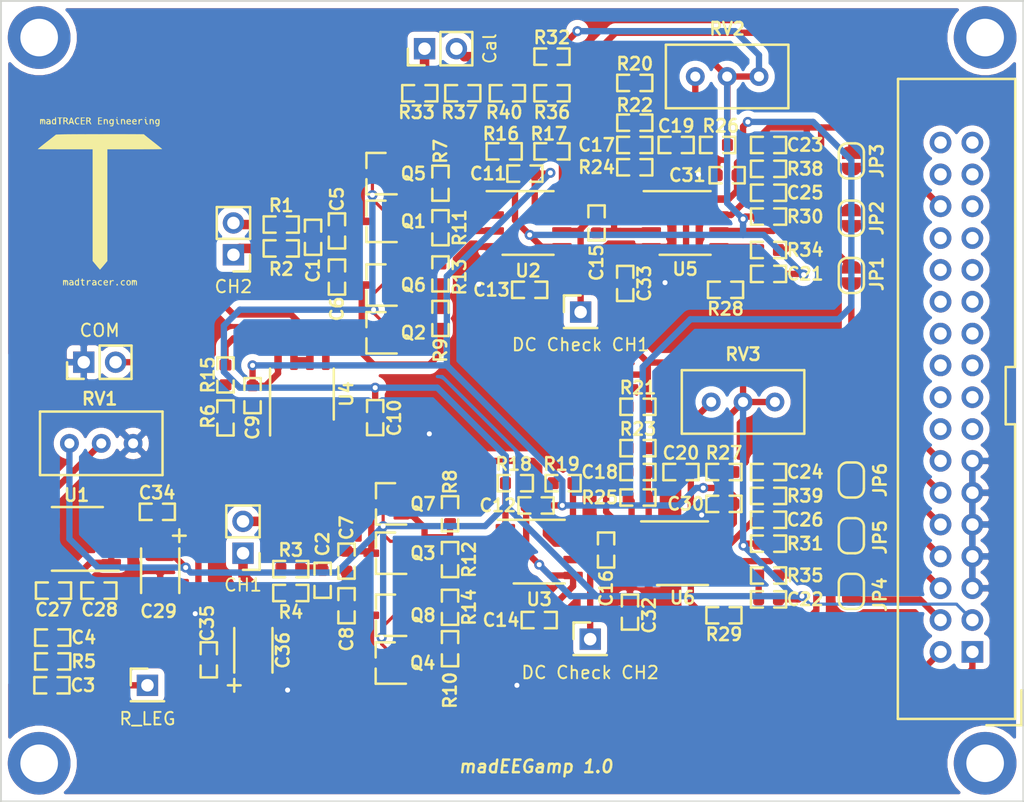
<source format=kicad_pcb>
(kicad_pcb (version 20171130) (host pcbnew 5.1.4-e60b266~84~ubuntu18.04.1)
  (layers (0 F.Cu signal) (31 B.Cu signal) (34 B.Paste user) (35 F.Paste user) (36 B.SilkS user) (37 F.SilkS user) (38 B.Mask user) (39 F.Mask user) (44 Edge.Cuts user))
  (net 0 "")
  (net 1 "Net-(C1-Pad2)")
  (net 2 "Net-(C1-Pad1)")
  (net 3 "Net-(C2-Pad2)")
  (net 4 "Net-(C2-Pad1)")
  (net 5 /R_LEG)
  (net 6 "Net-(C4-Pad1)")
  (net 7 "Net-(C5-Pad2)")
  (net 8 "Net-(C7-Pad2)")
  (net 9 +5V)
  (net 10 GNDA)
  (net 11 "Net-(C15-Pad2)")
  (net 12 "Net-(C15-Pad1)")
  (net 13 "Net-(C16-Pad2)")
  (net 14 "Net-(C16-Pad1)")
  (net 15 "Net-(C17-Pad2)")
  (net 16 "Net-(C17-Pad1)")
  (net 17 "Net-(C18-Pad2)")
  (net 18 "Net-(C18-Pad1)")
  (net 19 "Net-(C19-Pad1)")
  (net 20 "Net-(C20-Pad1)")
  (net 21 "Net-(C21-Pad1)")
  (net 22 "Net-(C22-Pad1)")
  (net 23 "Net-(C23-Pad2)")
  (net 24 /ADIN1)
  (net 25 "Net-(C24-Pad2)")
  (net 26 /ADIN0)
  (net 27 "Net-(C25-Pad2)")
  (net 28 "Net-(C26-Pad2)")
  (net 29 "Net-(C27-Pad1)")
  (net 30 "Net-(C34-Pad1)")
  (net 31 "Net-(JP1-Pad1)")
  (net 32 "Net-(JP2-Pad1)")
  (net 33 "Net-(JP3-Pad1)")
  (net 34 "Net-(JP4-Pad1)")
  (net 35 "Net-(JP5-Pad1)")
  (net 36 "Net-(JP6-Pad1)")
  (net 37 "Net-(Q1-Pad1)")
  (net 38 "Net-(Q2-Pad1)")
  (net 39 "Net-(Q3-Pad1)")
  (net 40 "Net-(Q4-Pad1)")
  (net 41 /CH2-)
  (net 42 /CH2+)
  (net 43 /CH1-)
  (net 44 /CH1+)
  (net 45 "Net-(R6-Pad1)")
  (net 46 "Net-(R11-Pad1)")
  (net 47 "Net-(R12-Pad1)")
  (net 48 "Net-(R13-Pad1)")
  (net 49 "Net-(R14-Pad1)")
  (net 50 "Net-(R15-Pad1)")
  (net 51 "Net-(R16-Pad2)")
  (net 52 "Net-(R16-Pad1)")
  (net 53 "Net-(R17-Pad1)")
  (net 54 "Net-(R18-Pad2)")
  (net 55 "Net-(R18-Pad1)")
  (net 56 "Net-(R19-Pad1)")
  (net 57 "Net-(R22-Pad2)")
  (net 58 "Net-(R23-Pad2)")
  (net 59 "Net-(R32-Pad2)")
  (net 60 "Net-(R33-Pad2)")
  (net 61 "Net-(R33-Pad1)")
  (net 62 "Net-(R37-Pad1)")
  (net 63 /PWM)
  (net 64 "Net-(RV1-Pad2)")
  (net 65 "Net-(X7-Pad33)")
  (net 66 "Net-(X7-Pad23)")
  (net 67 "Net-(X7-Pad16)")
  (net 68 "Net-(X7-Pad15)")
  (net 69 "Net-(X7-Pad27)")
  (net 70 "Net-(X7-Pad26)")
  (net 71 "Net-(X7-Pad34)")
  (net 72 "Net-(X7-Pad28)")
  (net 73 "Net-(X7-Pad21)")
  (net 74 "Net-(X7-Pad25)")
  (net 75 "Net-(X7-Pad24)")
  (net 76 "Net-(X7-Pad29)")
  (net 77 "Net-(X7-Pad32)")
  (net 78 "Net-(X7-Pad31)")
  (net 79 "Net-(X7-Pad22)")
  (net 80 "Net-(X7-Pad20)")
  (net 81 "Net-(X7-Pad18)")
  (net 82 "Net-(X7-Pad17)")
  (net 83 "Net-(X7-Pad19)")
  (net 84 /VGND)
  (net 85 "Net-(C3-Pad1)")
  (module Connector_IDC:IDC-Header_2x17_P2.54mm_Vertical (layer F.Cu) (at 89.408 132.588 180)
    (fp_text reference X7 hide)
    (fp_text value PIN_HEADER_2X17_2.54 hide)
    (pad 7 thru_hole oval (at 0 7.62 180) (size 1.7272 1.7272) (drill 1) (layers *.Cu *.Mask) (net 10 GNDA))
    (pad 24 thru_hole oval (at 2.54 27.94 180) (size 1.7272 1.7272) (drill 1) (layers *.Cu *.Mask) (net 75 "Net-(X7-Pad24)"))
    (pad 30 thru_hole oval (at 2.54 35.56 180) (size 1.7272 1.7272) (drill 1) (layers *.Cu *.Mask) (net 63 /PWM))
    (pad 32 thru_hole oval (at 2.54 38.1 180) (size 1.7272 1.7272) (drill 1) (layers *.Cu *.Mask) (net 77 "Net-(X7-Pad32)"))
    (pad 26 thru_hole oval (at 2.54 30.48 180) (size 1.7272 1.7272) (drill 1) (layers *.Cu *.Mask) (net 70 "Net-(X7-Pad26)"))
    (pad 11 thru_hole oval (at 0 12.7 180) (size 1.7272 1.7272) (drill 1) (layers *.Cu *.Mask) (net 10 GNDA))
    (pad 12 thru_hole oval (at 2.54 12.7 180) (size 1.7272 1.7272) (drill 1) (layers *.Cu *.Mask) (net 32 "Net-(JP2-Pad1)"))
    (pad 34 thru_hole oval (at 2.54 40.64 180) (size 1.7272 1.7272) (drill 1) (layers *.Cu *.Mask) (net 71 "Net-(X7-Pad34)"))
    (pad 20 thru_hole oval (at 2.54 22.86 180) (size 1.7272 1.7272) (drill 1) (layers *.Cu *.Mask) (net 80 "Net-(X7-Pad20)"))
    (pad 14 thru_hole oval (at 2.54 15.24 180) (size 1.7272 1.7272) (drill 1) (layers *.Cu *.Mask) (net 33 "Net-(JP3-Pad1)"))
    (pad 17 thru_hole oval (at 0 20.32 180) (size 1.7272 1.7272) (drill 1) (layers *.Cu *.Mask) (net 82 "Net-(X7-Pad17)"))
    (pad 25 thru_hole oval (at 0 30.48 180) (size 1.7272 1.7272) (drill 1) (layers *.Cu *.Mask) (net 74 "Net-(X7-Pad25)"))
    (pad 5 thru_hole oval (at 0 5.08 180) (size 1.7272 1.7272) (drill 1) (layers *.Cu *.Mask) (net 10 GNDA))
    (pad 33 thru_hole oval (at 0 40.64 180) (size 1.7272 1.7272) (drill 1) (layers *.Cu *.Mask) (net 65 "Net-(X7-Pad33)"))
    (pad 31 thru_hole oval (at 0 38.1 180) (size 1.7272 1.7272) (drill 1) (layers *.Cu *.Mask) (net 78 "Net-(X7-Pad31)"))
    (pad 19 thru_hole oval (at 0 22.86 180) (size 1.7272 1.7272) (drill 1) (layers *.Cu *.Mask) (net 83 "Net-(X7-Pad19)"))
    (pad 4 thru_hole oval (at 2.54 2.54 180) (size 1.7272 1.7272) (drill 1) (layers *.Cu *.Mask) (net 34 "Net-(JP4-Pad1)"))
    (pad 27 thru_hole oval (at 0 33.02 180) (size 1.7272 1.7272) (drill 1) (layers *.Cu *.Mask) (net 69 "Net-(X7-Pad27)"))
    (pad 21 thru_hole oval (at 0 25.4 180) (size 1.7272 1.7272) (drill 1) (layers *.Cu *.Mask) (net 73 "Net-(X7-Pad21)"))
    (pad 23 thru_hole oval (at 0 27.94 180) (size 1.7272 1.7272) (drill 1) (layers *.Cu *.Mask) (net 66 "Net-(X7-Pad23)"))
    (pad 15 thru_hole oval (at 0 17.78 180) (size 1.7272 1.7272) (drill 1) (layers *.Cu *.Mask) (net 68 "Net-(X7-Pad15)"))
    (pad 22 thru_hole oval (at 2.54 25.4 180) (size 1.7272 1.7272) (drill 1) (layers *.Cu *.Mask) (net 79 "Net-(X7-Pad22)"))
    (pad 16 thru_hole oval (at 2.54 17.78 180) (size 1.7272 1.7272) (drill 1) (layers *.Cu *.Mask) (net 67 "Net-(X7-Pad16)"))
    (pad 10 thru_hole oval (at 2.54 10.16 180) (size 1.7272 1.7272) (drill 1) (layers *.Cu *.Mask) (net 31 "Net-(JP1-Pad1)"))
    (pad 8 thru_hole oval (at 2.54 7.62 180) (size 1.7272 1.7272) (drill 1) (layers *.Cu *.Mask) (net 36 "Net-(JP6-Pad1)"))
    (pad 3 thru_hole oval (at 0 2.54 180) (size 1.7272 1.7272) (drill 1) (layers *.Cu *.Mask) (net 84 /VGND))
    (pad 1 thru_hole rect (at 0 0 180) (size 1.7272 1.7272) (drill 1) (layers *.Cu *.Mask) (net 29 "Net-(C27-Pad1)"))
    (pad 9 thru_hole oval (at 0 10.16 180) (size 1.7272 1.7272) (drill 1) (layers *.Cu *.Mask) (net 10 GNDA))
    (pad 13 thru_hole oval (at 0 15.24 180) (size 1.7272 1.7272) (drill 1) (layers *.Cu *.Mask) (net 10 GNDA))
    (pad 2 thru_hole oval (at 2.54 0 180) (size 1.7272 1.7272) (drill 1) (layers *.Cu *.Mask) (net 30 "Net-(C34-Pad1)"))
    (pad 18 thru_hole oval (at 2.54 20.32 180) (size 1.7272 1.7272) (drill 1) (layers *.Cu *.Mask) (net 81 "Net-(X7-Pad18)"))
    (pad 29 thru_hole oval (at 0 35.56 180) (size 1.7272 1.7272) (drill 1) (layers *.Cu *.Mask) (net 76 "Net-(X7-Pad29)"))
    (pad 28 thru_hole oval (at 2.54 33.02 180) (size 1.7272 1.7272) (drill 1) (layers *.Cu *.Mask) (net 72 "Net-(X7-Pad28)"))
    (pad 6 thru_hole oval (at 2.54 5.08 180) (size 1.7272 1.7272) (drill 1) (layers *.Cu *.Mask) (net 35 "Net-(JP5-Pad1)"))
  )
  (module Logo:madTRACER_Engineering_20mm (layer F.Cu) (at 19.812 96.52)
    (fp_text reference G*** hide)
    (fp_text value LOGO hide)
  )
  (module TestPoint:Mounting_hole (layer F.Cu) (at 14.986 141.478)
    (fp_text reference REF** hide)
    (fp_text value REF** hide)
    (pad "" thru_hole circle (at 0 0) (size 5 5) (drill 3) (layers *.Cu *.Mask))
  )
  (module TestPoint:Mounting_hole (layer F.Cu) (at 90.424 141.478)
    (fp_text reference REF** hide)
    (fp_text value REF** hide)
    (pad "" thru_hole circle (at 0 0) (size 5 5) (drill 3) (layers *.Cu *.Mask))
  )
  (module TestPoint:Mounting_hole (layer F.Cu) (at 90.424 83.566)
    (fp_text reference REF** hide)
    (fp_text value REF** hide)
    (pad "" thru_hole circle (at 0 0) (size 5 5) (drill 3) (layers *.Cu *.Mask))
  )
  (module TestPoint:Mounting_hole (layer F.Cu) (at 14.986 83.566)
    (fp_text reference REF** hide)
    (fp_text value REF** hide)
    (pad "" thru_hole circle (at 0 0) (size 5 5) (drill 3) (layers *.Cu *.Mask))
  )
  (module Connector_Header:PinHeader_1x02_P2.54mm_Vertical (layer F.Cu) (at 18.542 109.474 90)
    (fp_text reference COM (at 2.54 1.27 180) (layer F.SilkS))
    (fp_text value COM hide)
    (pad 1 thru_hole rect (at 0 0 90) (size 1.7 1.7) (drill 1) (layers *.Cu *.Mask) (net 10 GNDA))
    (pad 2 thru_hole oval (at 0 2.54 90) (size 1.7 1.7) (drill 1) (layers *.Cu *.Mask) (net 85 "Net-(C3-Pad1)"))
  )
  (module Resistors:R_0603 (layer F.Cu) (at 73.152 126.492)
    (fp_text reference R35 (at 2.921 0) (layer F.SilkS) (effects (font (thickness 0.2))))
    (fp_text value 15k hide)
    (pad 1 smd roundrect (at -0.7875 0) (size 0.875 0.95) (layers F.Cu F.Paste F.Mask) (roundrect_rratio 0.15) (net 22 "Net-(C22-Pad1)"))
    (pad 2 smd roundrect (at 0.7875 0) (size 0.875 0.95) (layers F.Cu F.Paste F.Mask) (roundrect_rratio 0.15) (net 25 "Net-(C24-Pad2)"))
  )
  (module Connector_Header:PinHeader_1x01_P2.54mm_Vertical (layer F.Cu) (at 58.928 131.572)
    (fp_text reference "DC Check CH2" (at 0 2.667) (layer F.SilkS))
    (fp_text value "DC Check CH2" hide)
    (pad 1 thru_hole rect (at 0 0) (size 1.7 1.7) (drill 1) (layers *.Cu *.Mask) (net 13 "Net-(C16-Pad2)"))
  )
  (module Connector_Header:PinHeader_1x01_P2.54mm_Vertical (layer F.Cu) (at 58.166 105.4735)
    (fp_text reference "DC Check CH1" (at 0 2.6035) (layer F.SilkS))
    (fp_text value "DC Check CH1" hide)
    (pad 1 thru_hole rect (at 0 0) (size 1.7 1.7) (drill 1) (layers *.Cu *.Mask) (net 11 "Net-(C15-Pad2)"))
  )
  (module Connector_Header:PinHeader_1x02_P2.54mm_Vertical (layer F.Cu) (at 45.72 84.455 90)
    (fp_text reference Cal (at 0 5.207 90) (layer F.SilkS))
    (fp_text value Cal hide)
    (pad 1 thru_hole rect (at 0 0 90) (size 1.7 1.7) (drill 1) (layers *.Cu *.Mask) (net 60 "Net-(R33-Pad2)"))
    (pad 2 thru_hole oval (at 0 2.54 90) (size 1.7 1.7) (drill 1) (layers *.Cu *.Mask) (net 59 "Net-(R32-Pad2)"))
  )
  (module Connector_Header:PinHeader_1x01_P2.54mm_Vertical (layer F.Cu) (at 23.622 135.255)
    (fp_text reference R_LEG (at 0 2.667) (layer F.SilkS))
    (fp_text value R_LEG hide)
    (pad 1 thru_hole rect (at 0 0) (size 1.7 1.7) (drill 1) (layers *.Cu *.Mask) (net 5 /R_LEG))
  )
  (module Connector_Header:PinHeader_1x02_P2.54mm_Vertical (layer F.Cu) (at 31.242 124.714 180)
    (fp_text reference CH1 (at 0 -2.54) (layer F.SilkS))
    (fp_text value CH1 hide)
    (pad 2 thru_hole oval (at 0 2.54 180) (size 1.7 1.7) (drill 1) (layers *.Cu *.Mask) (net 43 /CH1-))
    (pad 1 thru_hole rect (at 0 0 180) (size 1.7 1.7) (drill 1) (layers *.Cu *.Mask) (net 44 /CH1+))
  )
  (module Connector_Header:PinHeader_1x02_P2.54mm_Vertical (layer F.Cu) (at 30.48 100.9015 180)
    (fp_text reference CH2 (at 0 -2.54) (layer F.SilkS))
    (fp_text value CH2 hide)
    (pad 1 thru_hole rect (at 0 0 180) (size 1.7 1.7) (drill 1) (layers *.Cu *.Mask) (net 42 /CH2+))
    (pad 2 thru_hole oval (at 0 2.54 180) (size 1.7 1.7) (drill 1) (layers *.Cu *.Mask) (net 41 /CH2-))
  )
  (module Package_SO:SOIC-8_3.9x4.9mm_P1.27mm (layer F.Cu) (at 66.294 124.714)
    (fp_text reference U6 (at 0 3.556) (layer F.SilkS) (effects (font (thickness 0.2))))
    (fp_text value AD822 hide)
    (pad 1 smd roundrect (at -2.7 -1.905) (size 1.55 0.6) (layers F.Cu F.Paste F.Mask) (roundrect_rratio 0.15) (net 17 "Net-(C18-Pad2)"))
    (pad 2 smd roundrect (at -2.7 -0.635) (size 1.55 0.6) (layers F.Cu F.Paste F.Mask) (roundrect_rratio 0.15) (net 18 "Net-(C18-Pad1)"))
    (pad 3 smd roundrect (at -2.7 0.635) (size 1.55 0.6) (layers F.Cu F.Paste F.Mask) (roundrect_rratio 0.15) (net 14 "Net-(C16-Pad1)"))
    (pad 4 smd roundrect (at -2.7 1.905) (size 1.55 0.6) (layers F.Cu F.Paste F.Mask) (roundrect_rratio 0.15) (net 10 GNDA))
    (pad 5 smd roundrect (at 2.7 1.905) (size 1.55 0.6) (layers F.Cu F.Paste F.Mask) (roundrect_rratio 0.15) (net 22 "Net-(C22-Pad1)"))
    (pad 6 smd roundrect (at 2.7 0.635) (size 1.55 0.6) (layers F.Cu F.Paste F.Mask) (roundrect_rratio 0.15) (net 28 "Net-(C26-Pad2)"))
    (pad 7 smd roundrect (at 2.7 -0.635) (size 1.55 0.6) (layers F.Cu F.Paste F.Mask) (roundrect_rratio 0.15) (net 26 /ADIN0))
    (pad 8 smd roundrect (at 2.7 -1.905) (size 1.55 0.6) (layers F.Cu F.Paste F.Mask) (roundrect_rratio 0.15) (net 9 +5V))
  )
  (module Package_SO:SOIC-8_3.9x4.9mm_P1.27mm (layer F.Cu) (at 66.5 98.3615)
    (fp_text reference U5 (at 0 3.683) (layer F.SilkS) (effects (font (thickness 0.2))))
    (fp_text value AD822 hide)
    (pad 1 smd roundrect (at -2.7 -1.905) (size 1.55 0.6) (layers F.Cu F.Paste F.Mask) (roundrect_rratio 0.15) (net 15 "Net-(C17-Pad2)"))
    (pad 2 smd roundrect (at -2.7 -0.635) (size 1.55 0.6) (layers F.Cu F.Paste F.Mask) (roundrect_rratio 0.15) (net 16 "Net-(C17-Pad1)"))
    (pad 3 smd roundrect (at -2.7 0.635) (size 1.55 0.6) (layers F.Cu F.Paste F.Mask) (roundrect_rratio 0.15) (net 12 "Net-(C15-Pad1)"))
    (pad 4 smd roundrect (at -2.7 1.905) (size 1.55 0.6) (layers F.Cu F.Paste F.Mask) (roundrect_rratio 0.15) (net 10 GNDA))
    (pad 5 smd roundrect (at 2.7 1.905) (size 1.55 0.6) (layers F.Cu F.Paste F.Mask) (roundrect_rratio 0.15) (net 21 "Net-(C21-Pad1)"))
    (pad 6 smd roundrect (at 2.7 0.635) (size 1.55 0.6) (layers F.Cu F.Paste F.Mask) (roundrect_rratio 0.15) (net 27 "Net-(C25-Pad2)"))
    (pad 7 smd roundrect (at 2.7 -0.635) (size 1.55 0.6) (layers F.Cu F.Paste F.Mask) (roundrect_rratio 0.15) (net 24 /ADIN1))
    (pad 8 smd roundrect (at 2.7 -1.905) (size 1.55 0.6) (layers F.Cu F.Paste F.Mask) (roundrect_rratio 0.15) (net 9 +5V))
  )
  (module Package_SO:SOIC-8_3.9x4.9mm_P1.27mm (layer F.Cu) (at 35.941 112.014 90)
    (fp_text reference U4 (at 0 3.556 90) (layer F.SilkS) (effects (font (thickness 0.2))))
    (fp_text value AD822 hide)
    (pad 1 smd roundrect (at -2.7 -1.905 90) (size 1.55 0.6) (layers F.Cu F.Paste F.Mask) (roundrect_rratio 0.15) (net 45 "Net-(R6-Pad1)"))
    (pad 2 smd roundrect (at -2.7 -0.635 90) (size 1.55 0.6) (layers F.Cu F.Paste F.Mask) (roundrect_rratio 0.15) (net 45 "Net-(R6-Pad1)"))
    (pad 3 smd roundrect (at -2.7 0.635 90) (size 1.55 0.6) (layers F.Cu F.Paste F.Mask) (roundrect_rratio 0.15) (net 54 "Net-(R18-Pad2)"))
    (pad 4 smd roundrect (at -2.7 1.905 90) (size 1.55 0.6) (layers F.Cu F.Paste F.Mask) (roundrect_rratio 0.15) (net 10 GNDA))
    (pad 5 smd roundrect (at 2.7 1.905 90) (size 1.55 0.6) (layers F.Cu F.Paste F.Mask) (roundrect_rratio 0.15) (net 51 "Net-(R16-Pad2)"))
    (pad 6 smd roundrect (at 2.7 0.635 90) (size 1.55 0.6) (layers F.Cu F.Paste F.Mask) (roundrect_rratio 0.15) (net 50 "Net-(R15-Pad1)"))
    (pad 7 smd roundrect (at 2.7 -0.635 90) (size 1.55 0.6) (layers F.Cu F.Paste F.Mask) (roundrect_rratio 0.15) (net 50 "Net-(R15-Pad1)"))
    (pad 8 smd roundrect (at 2.7 -1.905 90) (size 1.55 0.6) (layers F.Cu F.Paste F.Mask) (roundrect_rratio 0.15) (net 9 +5V))
  )
  (module Package_SO:SOIC-8_3.9x4.9mm_P1.27mm (layer F.Cu) (at 54.864 124.587)
    (fp_text reference U3 (at 0 3.81) (layer F.SilkS) (effects (font (thickness 0.2))))
    (fp_text value AD620 hide)
    (pad 1 smd roundrect (at -2.7 -1.905) (size 1.55 0.6) (layers F.Cu F.Paste F.Mask) (roundrect_rratio 0.15) (net 55 "Net-(R18-Pad1)"))
    (pad 2 smd roundrect (at -2.7 -0.635) (size 1.55 0.6) (layers F.Cu F.Paste F.Mask) (roundrect_rratio 0.15) (net 47 "Net-(R12-Pad1)"))
    (pad 3 smd roundrect (at -2.7 0.635) (size 1.55 0.6) (layers F.Cu F.Paste F.Mask) (roundrect_rratio 0.15) (net 49 "Net-(R14-Pad1)"))
    (pad 4 smd roundrect (at -2.7 1.905) (size 1.55 0.6) (layers F.Cu F.Paste F.Mask) (roundrect_rratio 0.15) (net 10 GNDA))
    (pad 5 smd roundrect (at 2.7 1.905) (size 1.55 0.6) (layers F.Cu F.Paste F.Mask) (roundrect_rratio 0.15) (net 84 /VGND))
    (pad 6 smd roundrect (at 2.7 0.635) (size 1.55 0.6) (layers F.Cu F.Paste F.Mask) (roundrect_rratio 0.15) (net 13 "Net-(C16-Pad2)"))
    (pad 7 smd roundrect (at 2.7 -0.635) (size 1.55 0.6) (layers F.Cu F.Paste F.Mask) (roundrect_rratio 0.15) (net 9 +5V))
    (pad 8 smd roundrect (at 2.7 -1.905) (size 1.55 0.6) (layers F.Cu F.Paste F.Mask) (roundrect_rratio 0.15) (net 56 "Net-(R19-Pad1)"))
  )
  (module Package_SO:SOIC-8_3.9x4.9mm_P1.27mm (layer F.Cu) (at 53.975 98.3615)
    (fp_text reference U2 (at 0 3.81) (layer F.SilkS) (effects (font (thickness 0.2))))
    (fp_text value AD620 hide)
    (pad 1 smd roundrect (at -2.7 -1.905) (size 1.55 0.6) (layers F.Cu F.Paste F.Mask) (roundrect_rratio 0.15) (net 52 "Net-(R16-Pad1)"))
    (pad 2 smd roundrect (at -2.7 -0.635) (size 1.55 0.6) (layers F.Cu F.Paste F.Mask) (roundrect_rratio 0.15) (net 46 "Net-(R11-Pad1)"))
    (pad 3 smd roundrect (at -2.7 0.635) (size 1.55 0.6) (layers F.Cu F.Paste F.Mask) (roundrect_rratio 0.15) (net 48 "Net-(R13-Pad1)"))
    (pad 4 smd roundrect (at -2.7 1.905) (size 1.55 0.6) (layers F.Cu F.Paste F.Mask) (roundrect_rratio 0.15) (net 10 GNDA))
    (pad 5 smd roundrect (at 2.7 1.905) (size 1.55 0.6) (layers F.Cu F.Paste F.Mask) (roundrect_rratio 0.15) (net 84 /VGND))
    (pad 6 smd roundrect (at 2.7 0.635) (size 1.55 0.6) (layers F.Cu F.Paste F.Mask) (roundrect_rratio 0.15) (net 11 "Net-(C15-Pad2)"))
    (pad 7 smd roundrect (at 2.7 -0.635) (size 1.55 0.6) (layers F.Cu F.Paste F.Mask) (roundrect_rratio 0.15) (net 9 +5V))
    (pad 8 smd roundrect (at 2.7 -1.905) (size 1.55 0.6) (layers F.Cu F.Paste F.Mask) (roundrect_rratio 0.15) (net 53 "Net-(R17-Pad1)"))
  )
  (module Package_SO:SOIC-8_3.9x4.9mm_P1.27mm (layer F.Cu) (at 18.034 123.571 180)
    (fp_text reference U1 (at 0.0635 3.4925) (layer F.SilkS) (effects (font (thickness 0.2))))
    (fp_text value AD822 hide)
    (pad 1 smd roundrect (at -2.7 -1.905 180) (size 1.55 0.6) (layers F.Cu F.Paste F.Mask) (roundrect_rratio 0.15) (net 84 /VGND))
    (pad 2 smd roundrect (at -2.7 -0.635 180) (size 1.55 0.6) (layers F.Cu F.Paste F.Mask) (roundrect_rratio 0.15) (net 84 /VGND))
    (pad 3 smd roundrect (at -2.7 0.635 180) (size 1.55 0.6) (layers F.Cu F.Paste F.Mask) (roundrect_rratio 0.15) (net 30 "Net-(C34-Pad1)"))
    (pad 4 smd roundrect (at -2.7 1.905 180) (size 1.55 0.6) (layers F.Cu F.Paste F.Mask) (roundrect_rratio 0.15) (net 10 GNDA))
    (pad 5 smd roundrect (at 2.7 1.905 180) (size 1.55 0.6) (layers F.Cu F.Paste F.Mask) (roundrect_rratio 0.15) (net 64 "Net-(RV1-Pad2)"))
    (pad 6 smd roundrect (at 2.7 0.635 180) (size 1.55 0.6) (layers F.Cu F.Paste F.Mask) (roundrect_rratio 0.15) (net 85 "Net-(C3-Pad1)"))
    (pad 7 smd roundrect (at 2.7 -0.635 180) (size 1.55 0.6) (layers F.Cu F.Paste F.Mask) (roundrect_rratio 0.15) (net 6 "Net-(C4-Pad1)"))
    (pad 8 smd roundrect (at 2.7 -1.905 180) (size 1.55 0.6) (layers F.Cu F.Paste F.Mask) (roundrect_rratio 0.15) (net 29 "Net-(C27-Pad1)"))
  )
  (module Resistors:BOURNS_3296W_Vertical (layer F.Cu) (at 68.58 112.649 180)
    (fp_text reference RV3 (at -2.54 3.81) (layer F.SilkS) (effects (font (thickness 0.2))))
    (fp_text value 20k hide)
    (pad 1 thru_hole circle (at 0 0 180) (size 1.5 1.5) (drill 0.8) (layers *.Cu *.Mask) (net 58 "Net-(R23-Pad2)"))
    (pad 2 thru_hole circle (at -2.54 0 180) (size 1.5 1.5) (drill 0.8) (layers *.Cu *.Mask) (net 84 /VGND))
    (pad 3 thru_hole circle (at -5.08 0 180) (size 1.5 1.5) (drill 0.8) (layers *.Cu *.Mask) (net 84 /VGND))
  )
  (module Resistors:BOURNS_3296W_Vertical (layer F.Cu) (at 67.31 86.6775 180)
    (fp_text reference RV2 (at -2.54 3.81) (layer F.SilkS) (effects (font (thickness 0.2))))
    (fp_text value 20k hide)
    (pad 1 thru_hole circle (at 0 0 180) (size 1.5 1.5) (drill 0.8) (layers *.Cu *.Mask) (net 57 "Net-(R22-Pad2)"))
    (pad 2 thru_hole circle (at -2.54 0 180) (size 1.5 1.5) (drill 0.8) (layers *.Cu *.Mask) (net 84 /VGND))
    (pad 3 thru_hole circle (at -5.08 0 180) (size 1.5 1.5) (drill 0.8) (layers *.Cu *.Mask) (net 84 /VGND))
  )
  (module Resistors:BOURNS_3296W_Vertical (layer F.Cu) (at 17.399 115.951 180)
    (fp_text reference RV1 (at -2.413 3.556) (layer F.SilkS) (effects (font (thickness 0.2))))
    (fp_text value 20k hide)
    (pad 1 thru_hole circle (at 0 0 180) (size 1.5 1.5) (drill 0.8) (layers *.Cu *.Mask) (net 84 /VGND))
    (pad 2 thru_hole circle (at -2.54 0 180) (size 1.5 1.5) (drill 0.8) (layers *.Cu *.Mask) (net 64 "Net-(RV1-Pad2)"))
    (pad 3 thru_hole circle (at -5.08 0 180) (size 1.5 1.5) (drill 0.8) (layers *.Cu *.Mask) (net 10 GNDA))
  )
  (module Resistors:R_0603 (layer F.Cu) (at 52.324 88.011 180)
    (fp_text reference R40 (at 0.254 -1.524) (layer F.SilkS) (effects (font (thickness 0.2))))
    (fp_text value 1M hide)
    (pad 1 smd roundrect (at -0.7875 0 180) (size 0.875 0.95) (layers F.Cu F.Paste F.Mask) (roundrect_rratio 0.15) (net 63 /PWM))
    (pad 2 smd roundrect (at 0.7875 0 180) (size 0.875 0.95) (layers F.Cu F.Paste F.Mask) (roundrect_rratio 0.15) (net 62 "Net-(R37-Pad1)"))
  )
  (module Resistors:R_0603 (layer F.Cu) (at 73.152 120.142)
    (fp_text reference R39 (at 2.921 0) (layer F.SilkS) (effects (font (thickness 0.2))))
    (fp_text value 100k hide)
    (pad 1 smd roundrect (at -0.7875 0) (size 0.875 0.95) (layers F.Cu F.Paste F.Mask) (roundrect_rratio 0.15) (net 26 /ADIN0))
    (pad 2 smd roundrect (at 0.7875 0) (size 0.875 0.95) (layers F.Cu F.Paste F.Mask) (roundrect_rratio 0.15) (net 28 "Net-(C26-Pad2)"))
  )
  (module Resistors:R_0603 (layer F.Cu) (at 73.152 94.0435)
    (fp_text reference R38 (at 2.921 0) (layer F.SilkS) (effects (font (thickness 0.2))))
    (fp_text value 100k hide)
    (pad 1 smd roundrect (at -0.7875 0) (size 0.875 0.95) (layers F.Cu F.Paste F.Mask) (roundrect_rratio 0.15) (net 24 /ADIN1))
    (pad 2 smd roundrect (at 0.7875 0) (size 0.875 0.95) (layers F.Cu F.Paste F.Mask) (roundrect_rratio 0.15) (net 27 "Net-(C25-Pad2)"))
  )
  (module Resistors:R_0603 (layer F.Cu) (at 48.768 88.011 180)
    (fp_text reference R37 (at 0.254 -1.524) (layer F.SilkS) (effects (font (thickness 0.2))))
    (fp_text value 1M hide)
    (pad 1 smd roundrect (at -0.7875 0 180) (size 0.875 0.95) (layers F.Cu F.Paste F.Mask) (roundrect_rratio 0.15) (net 62 "Net-(R37-Pad1)"))
    (pad 2 smd roundrect (at 0.7875 0 180) (size 0.875 0.95) (layers F.Cu F.Paste F.Mask) (roundrect_rratio 0.15) (net 61 "Net-(R33-Pad1)"))
  )
  (module Resistors:R_0603 (layer F.Cu) (at 55.88 88.011 180)
    (fp_text reference R36 (at 0 -1.524) (layer F.SilkS) (effects (font (thickness 0.2))))
    (fp_text value 100 hide)
    (pad 1 smd roundrect (at -0.7875 0 180) (size 0.875 0.95) (layers F.Cu F.Paste F.Mask) (roundrect_rratio 0.15) (net 84 /VGND))
    (pad 2 smd roundrect (at 0.7875 0 180) (size 0.875 0.95) (layers F.Cu F.Paste F.Mask) (roundrect_rratio 0.15) (net 61 "Net-(R33-Pad1)"))
  )
  (module Resistors:R_0603 (layer F.Cu) (at 73.152 100.5205)
    (fp_text reference R34 (at 2.921 0) (layer F.SilkS) (effects (font (thickness 0.2))))
    (fp_text value 15k hide)
    (pad 1 smd roundrect (at -0.7875 0) (size 0.875 0.95) (layers F.Cu F.Paste F.Mask) (roundrect_rratio 0.15) (net 21 "Net-(C21-Pad1)"))
    (pad 2 smd roundrect (at 0.7875 0) (size 0.875 0.95) (layers F.Cu F.Paste F.Mask) (roundrect_rratio 0.15) (net 23 "Net-(C23-Pad2)"))
  )
  (module Resistors:R_0603 (layer F.Cu) (at 45.339 88.011 180)
    (fp_text reference R33 (at 0.254 -1.524) (layer F.SilkS) (effects (font (thickness 0.2))))
    (fp_text value 10k hide)
    (pad 1 smd roundrect (at -0.7875 0 180) (size 0.875 0.95) (layers F.Cu F.Paste F.Mask) (roundrect_rratio 0.15) (net 61 "Net-(R33-Pad1)"))
    (pad 2 smd roundrect (at 0.7875 0 180) (size 0.875 0.95) (layers F.Cu F.Paste F.Mask) (roundrect_rratio 0.15) (net 60 "Net-(R33-Pad2)"))
  )
  (module Resistors:R_0603 (layer F.Cu) (at 55.88 85.09 180)
    (fp_text reference R32 (at 0 1.524) (layer F.SilkS) (effects (font (thickness 0.2))))
    (fp_text value 10k hide)
    (pad 1 smd roundrect (at -0.7875 0 180) (size 0.875 0.95) (layers F.Cu F.Paste F.Mask) (roundrect_rratio 0.15) (net 84 /VGND))
    (pad 2 smd roundrect (at 0.7875 0 180) (size 0.875 0.95) (layers F.Cu F.Paste F.Mask) (roundrect_rratio 0.15) (net 59 "Net-(R32-Pad2)"))
  )
  (module Resistors:R_0603 (layer F.Cu) (at 73.152 123.952 180)
    (fp_text reference R31 (at -2.921 0) (layer F.SilkS) (effects (font (thickness 0.2))))
    (fp_text value 8.2k hide)
    (pad 1 smd roundrect (at -0.7875 0 180) (size 0.875 0.95) (layers F.Cu F.Paste F.Mask) (roundrect_rratio 0.15) (net 28 "Net-(C26-Pad2)"))
    (pad 2 smd roundrect (at 0.7875 0 180) (size 0.875 0.95) (layers F.Cu F.Paste F.Mask) (roundrect_rratio 0.15) (net 84 /VGND))
  )
  (module Resistors:R_0603 (layer F.Cu) (at 73.152 97.8535 180)
    (fp_text reference R30 (at -2.921 0) (layer F.SilkS) (effects (font (thickness 0.2))))
    (fp_text value 8.2k hide)
    (pad 1 smd roundrect (at -0.7875 0 180) (size 0.875 0.95) (layers F.Cu F.Paste F.Mask) (roundrect_rratio 0.15) (net 27 "Net-(C25-Pad2)"))
    (pad 2 smd roundrect (at 0.7875 0 180) (size 0.875 0.95) (layers F.Cu F.Paste F.Mask) (roundrect_rratio 0.15) (net 84 /VGND))
  )
  (module Resistors:R_0603 (layer F.Cu) (at 69.596 129.667 180)
    (fp_text reference R29 (at 0 -1.524) (layer F.SilkS) (effects (font (thickness 0.2))))
    (fp_text value 10k hide)
    (pad 1 smd roundrect (at -0.7875 0 180) (size 0.875 0.95) (layers F.Cu F.Paste F.Mask) (roundrect_rratio 0.15) (net 25 "Net-(C24-Pad2)"))
    (pad 2 smd roundrect (at 0.7875 0 180) (size 0.875 0.95) (layers F.Cu F.Paste F.Mask) (roundrect_rratio 0.15) (net 20 "Net-(C20-Pad1)"))
  )
  (module Resistors:R_0603 (layer F.Cu) (at 69.723 103.6955 180)
    (fp_text reference R28 (at 0 -1.524) (layer F.SilkS) (effects (font (thickness 0.2))))
    (fp_text value 10k hide)
    (pad 1 smd roundrect (at -0.7875 0 180) (size 0.875 0.95) (layers F.Cu F.Paste F.Mask) (roundrect_rratio 0.15) (net 23 "Net-(C23-Pad2)"))
    (pad 2 smd roundrect (at 0.7875 0 180) (size 0.875 0.95) (layers F.Cu F.Paste F.Mask) (roundrect_rratio 0.15) (net 19 "Net-(C19-Pad1)"))
  )
  (module Resistors:R_0603 (layer F.Cu) (at 69.596 118.237)
    (fp_text reference R27 (at 0 -1.524) (layer F.SilkS) (effects (font (thickness 0.2))))
    (fp_text value 1M hide)
    (pad 1 smd roundrect (at -0.7875 0) (size 0.875 0.95) (layers F.Cu F.Paste F.Mask) (roundrect_rratio 0.15) (net 20 "Net-(C20-Pad1)"))
    (pad 2 smd roundrect (at 0.7875 0) (size 0.875 0.95) (layers F.Cu F.Paste F.Mask) (roundrect_rratio 0.15) (net 84 /VGND))
  )
  (module Resistors:R_0603 (layer F.Cu) (at 69.088 92.1385)
    (fp_text reference R26 (at 0.254 -1.524) (layer F.SilkS) (effects (font (thickness 0.2))))
    (fp_text value 1M hide)
    (pad 1 smd roundrect (at -0.7875 0) (size 0.875 0.95) (layers F.Cu F.Paste F.Mask) (roundrect_rratio 0.15) (net 19 "Net-(C19-Pad1)"))
    (pad 2 smd roundrect (at 0.7875 0) (size 0.875 0.95) (layers F.Cu F.Paste F.Mask) (roundrect_rratio 0.15) (net 84 /VGND))
  )
  (module Resistors:R_0603 (layer F.Cu) (at 62.738 120.269 180)
    (fp_text reference R25 (at 3.048 0) (layer F.SilkS) (effects (font (thickness 0.2))))
    (fp_text value 100k hide)
    (pad 1 smd roundrect (at -0.7875 0 180) (size 0.875 0.95) (layers F.Cu F.Paste F.Mask) (roundrect_rratio 0.15) (net 17 "Net-(C18-Pad2)"))
    (pad 2 smd roundrect (at 0.7875 0 180) (size 0.875 0.95) (layers F.Cu F.Paste F.Mask) (roundrect_rratio 0.15) (net 18 "Net-(C18-Pad1)"))
  )
  (module Resistors:R_0603 (layer F.Cu) (at 62.484 93.9165 180)
    (fp_text reference R24 (at 3.048 0) (layer F.SilkS) (effects (font (thickness 0.2))))
    (fp_text value 100k hide)
    (pad 1 smd roundrect (at -0.7875 0 180) (size 0.875 0.95) (layers F.Cu F.Paste F.Mask) (roundrect_rratio 0.15) (net 15 "Net-(C17-Pad2)"))
    (pad 2 smd roundrect (at 0.7875 0 180) (size 0.875 0.95) (layers F.Cu F.Paste F.Mask) (roundrect_rratio 0.15) (net 16 "Net-(C17-Pad1)"))
  )
  (module Resistors:R_0603 (layer F.Cu) (at 62.738 116.332)
    (fp_text reference R23 (at 0 -1.524) (layer F.SilkS) (effects (font (thickness 0.2))))
    (fp_text value 1k hide)
    (pad 1 smd roundrect (at -0.7875 0) (size 0.875 0.95) (layers F.Cu F.Paste F.Mask) (roundrect_rratio 0.15) (net 18 "Net-(C18-Pad1)"))
    (pad 2 smd roundrect (at 0.7875 0) (size 0.875 0.95) (layers F.Cu F.Paste F.Mask) (roundrect_rratio 0.15) (net 58 "Net-(R23-Pad2)"))
  )
  (module Resistors:R_0603 (layer F.Cu) (at 62.484 90.3605)
    (fp_text reference R22 (at 0 -1.397) (layer F.SilkS) (effects (font (thickness 0.2))))
    (fp_text value 1k hide)
    (pad 1 smd roundrect (at -0.7875 0) (size 0.875 0.95) (layers F.Cu F.Paste F.Mask) (roundrect_rratio 0.15) (net 16 "Net-(C17-Pad1)"))
    (pad 2 smd roundrect (at 0.7875 0) (size 0.875 0.95) (layers F.Cu F.Paste F.Mask) (roundrect_rratio 0.15) (net 57 "Net-(R22-Pad2)"))
  )
  (module Resistors:R_0603 (layer F.Cu) (at 62.738 113.03)
    (fp_text reference R21 (at 0 -1.524) (layer F.SilkS) (effects (font (thickness 0.2))))
    (fp_text value 1M hide)
    (pad 1 smd roundrect (at -0.7875 0) (size 0.875 0.95) (layers F.Cu F.Paste F.Mask) (roundrect_rratio 0.15) (net 14 "Net-(C16-Pad1)"))
    (pad 2 smd roundrect (at 0.7875 0) (size 0.875 0.95) (layers F.Cu F.Paste F.Mask) (roundrect_rratio 0.15) (net 84 /VGND))
  )
  (module Resistors:R_0603 (layer F.Cu) (at 62.484 87.1855)
    (fp_text reference R20 (at 0 -1.524) (layer F.SilkS) (effects (font (thickness 0.2))))
    (fp_text value 1M hide)
    (pad 1 smd roundrect (at -0.7875 0) (size 0.875 0.95) (layers F.Cu F.Paste F.Mask) (roundrect_rratio 0.15) (net 12 "Net-(C15-Pad1)"))
    (pad 2 smd roundrect (at 0.7875 0) (size 0.875 0.95) (layers F.Cu F.Paste F.Mask) (roundrect_rratio 0.15) (net 84 /VGND))
  )
  (module Resistors:R_0603 (layer F.Cu) (at 56.769 119.126 180)
    (fp_text reference R19 (at 0.127 1.524) (layer F.SilkS) (effects (font (thickness 0.2))))
    (fp_text value 2k2 hide)
    (pad 1 smd roundrect (at -0.7875 0 180) (size 0.875 0.95) (layers F.Cu F.Paste F.Mask) (roundrect_rratio 0.15) (net 56 "Net-(R19-Pad1)"))
    (pad 2 smd roundrect (at 0.7875 0 180) (size 0.875 0.95) (layers F.Cu F.Paste F.Mask) (roundrect_rratio 0.15) (net 54 "Net-(R18-Pad2)"))
  )
  (module Resistors:R_0603 (layer F.Cu) (at 52.959 119.126)
    (fp_text reference R18 (at -0.127 -1.524) (layer F.SilkS) (effects (font (thickness 0.2))))
    (fp_text value 2k2 hide)
    (pad 1 smd roundrect (at -0.7875 0) (size 0.875 0.95) (layers F.Cu F.Paste F.Mask) (roundrect_rratio 0.15) (net 55 "Net-(R18-Pad1)"))
    (pad 2 smd roundrect (at 0.7875 0) (size 0.875 0.95) (layers F.Cu F.Paste F.Mask) (roundrect_rratio 0.15) (net 54 "Net-(R18-Pad2)"))
  )
  (module Resistors:R_0603 (layer F.Cu) (at 55.88 92.6465 180)
    (fp_text reference R17 (at 0.254 1.397) (layer F.SilkS) (effects (font (thickness 0.2))))
    (fp_text value 2k2 hide)
    (pad 1 smd roundrect (at -0.7875 0 180) (size 0.875 0.95) (layers F.Cu F.Paste F.Mask) (roundrect_rratio 0.15) (net 53 "Net-(R17-Pad1)"))
    (pad 2 smd roundrect (at 0.7875 0 180) (size 0.875 0.95) (layers F.Cu F.Paste F.Mask) (roundrect_rratio 0.15) (net 51 "Net-(R16-Pad2)"))
  )
  (module Resistors:R_0603 (layer F.Cu) (at 52.07 92.6465)
    (fp_text reference R16 (at -0.254 -1.397) (layer F.SilkS) (effects (font (thickness 0.2))))
    (fp_text value 2k2 hide)
    (pad 1 smd roundrect (at -0.7875 0) (size 0.875 0.95) (layers F.Cu F.Paste F.Mask) (roundrect_rratio 0.15) (net 52 "Net-(R16-Pad1)"))
    (pad 2 smd roundrect (at 0.7875 0) (size 0.875 0.95) (layers F.Cu F.Paste F.Mask) (roundrect_rratio 0.15) (net 51 "Net-(R16-Pad2)"))
  )
  (module Resistors:R_0603 (layer F.Cu) (at 29.845 110.49 270)
    (fp_text reference R15 (at 0 1.397 90) (layer F.SilkS) (effects (font (thickness 0.2))))
    (fp_text value 10k hide)
    (pad 1 smd roundrect (at -0.7875 0 270) (size 0.875 0.95) (layers F.Cu F.Paste F.Mask) (roundrect_rratio 0.15) (net 50 "Net-(R15-Pad1)"))
    (pad 2 smd roundrect (at 0.7875 0 270) (size 0.875 0.95) (layers F.Cu F.Paste F.Mask) (roundrect_rratio 0.15) (net 85 "Net-(C3-Pad1)"))
  )
  (module Resistors:R_0603 (layer F.Cu) (at 47.752 129.032 270)
    (fp_text reference R14 (at 0 -1.524 90) (layer F.SilkS) (effects (font (thickness 0.2))))
    (fp_text value 2k2 hide)
    (pad 1 smd roundrect (at -0.7875 0 270) (size 0.875 0.95) (layers F.Cu F.Paste F.Mask) (roundrect_rratio 0.15) (net 49 "Net-(R14-Pad1)"))
    (pad 2 smd roundrect (at 0.7875 0 270) (size 0.875 0.95) (layers F.Cu F.Paste F.Mask) (roundrect_rratio 0.15) (net 40 "Net-(Q4-Pad1)"))
  )
  (module Resistors:R_0603 (layer F.Cu) (at 46.99 102.4255 270)
    (fp_text reference R13 (at 0.254 -1.524 90) (layer F.SilkS) (effects (font (thickness 0.2))))
    (fp_text value 2k2 hide)
    (pad 1 smd roundrect (at -0.7875 0 270) (size 0.875 0.95) (layers F.Cu F.Paste F.Mask) (roundrect_rratio 0.15) (net 48 "Net-(R13-Pad1)"))
    (pad 2 smd roundrect (at 0.7875 0 270) (size 0.875 0.95) (layers F.Cu F.Paste F.Mask) (roundrect_rratio 0.15) (net 38 "Net-(Q2-Pad1)"))
  )
  (module Resistors:R_0603 (layer F.Cu) (at 47.752 125.222 90)
    (fp_text reference R12 (at 0 1.524 90) (layer F.SilkS) (effects (font (thickness 0.2))))
    (fp_text value 2k2 hide)
    (pad 1 smd roundrect (at -0.7875 0 90) (size 0.875 0.95) (layers F.Cu F.Paste F.Mask) (roundrect_rratio 0.15) (net 47 "Net-(R12-Pad1)"))
    (pad 2 smd roundrect (at 0.7875 0 90) (size 0.875 0.95) (layers F.Cu F.Paste F.Mask) (roundrect_rratio 0.15) (net 39 "Net-(Q3-Pad1)"))
  )
  (module Resistors:R_0603 (layer F.Cu) (at 46.99 98.7425 90)
    (fp_text reference R11 (at 0 1.524 90) (layer F.SilkS) (effects (font (thickness 0.2))))
    (fp_text value 2k2 hide)
    (pad 1 smd roundrect (at -0.7875 0 90) (size 0.875 0.95) (layers F.Cu F.Paste F.Mask) (roundrect_rratio 0.15) (net 46 "Net-(R11-Pad1)"))
    (pad 2 smd roundrect (at 0.7875 0 90) (size 0.875 0.95) (layers F.Cu F.Paste F.Mask) (roundrect_rratio 0.15) (net 37 "Net-(Q1-Pad1)"))
  )
  (module Resistors:R_0603 (layer F.Cu) (at 47.752 132.334 270)
    (fp_text reference R10 (at 3.3275 0 90) (layer F.SilkS) (effects (font (thickness 0.2))))
    (fp_text value 2k2 hide)
    (pad 1 smd roundrect (at -0.7875 0 270) (size 0.875 0.95) (layers F.Cu F.Paste F.Mask) (roundrect_rratio 0.15) (net 40 "Net-(Q4-Pad1)"))
    (pad 2 smd roundrect (at 0.7875 0 270) (size 0.875 0.95) (layers F.Cu F.Paste F.Mask) (roundrect_rratio 0.15) (net 3 "Net-(C2-Pad2)"))
  )
  (module Resistors:R_0603 (layer F.Cu) (at 46.99 105.9815 270)
    (fp_text reference R9 (at 2.54 0 90) (layer F.SilkS) (effects (font (thickness 0.2))))
    (fp_text value 2k2 hide)
    (pad 1 smd roundrect (at -0.7875 0 270) (size 0.875 0.95) (layers F.Cu F.Paste F.Mask) (roundrect_rratio 0.15) (net 38 "Net-(Q2-Pad1)"))
    (pad 2 smd roundrect (at 0.7875 0 270) (size 0.875 0.95) (layers F.Cu F.Paste F.Mask) (roundrect_rratio 0.15) (net 1 "Net-(C1-Pad2)"))
  )
  (module Resistors:R_0603 (layer F.Cu) (at 47.752 121.5645 90)
    (fp_text reference R8 (at 2.54 0 90) (layer F.SilkS) (effects (font (thickness 0.2))))
    (fp_text value 2k2 hide)
    (pad 1 smd roundrect (at -0.7875 0 90) (size 0.875 0.95) (layers F.Cu F.Paste F.Mask) (roundrect_rratio 0.15) (net 39 "Net-(Q3-Pad1)"))
    (pad 2 smd roundrect (at 0.7875 0 90) (size 0.875 0.95) (layers F.Cu F.Paste F.Mask) (roundrect_rratio 0.15) (net 4 "Net-(C2-Pad1)"))
  )
  (module Resistors:R_0603 (layer F.Cu) (at 46.99 95.1865 270)
    (fp_text reference R7 (at -2.54 0 90) (layer F.SilkS) (effects (font (thickness 0.2))))
    (fp_text value 2k2 hide)
    (pad 1 smd roundrect (at -0.7875 0 270) (size 0.875 0.95) (layers F.Cu F.Paste F.Mask) (roundrect_rratio 0.15) (net 2 "Net-(C1-Pad1)"))
    (pad 2 smd roundrect (at 0.7875 0 270) (size 0.875 0.95) (layers F.Cu F.Paste F.Mask) (roundrect_rratio 0.15) (net 37 "Net-(Q1-Pad1)"))
  )
  (module Resistors:R_0603 (layer F.Cu) (at 29.845 113.919 90)
    (fp_text reference R6 (at 0.127 -1.397 90) (layer F.SilkS) (effects (font (thickness 0.2))))
    (fp_text value 10k hide)
    (pad 1 smd roundrect (at -0.7875 0 90) (size 0.875 0.95) (layers F.Cu F.Paste F.Mask) (roundrect_rratio 0.15) (net 45 "Net-(R6-Pad1)"))
    (pad 2 smd roundrect (at 0.7875 0 90) (size 0.875 0.95) (layers F.Cu F.Paste F.Mask) (roundrect_rratio 0.15) (net 85 "Net-(C3-Pad1)"))
  )
  (module Resistors:R_0603 (layer F.Cu) (at 16.0655 133.35)
    (fp_text reference R5 (at 2.4765 0) (layer F.SilkS) (effects (font (thickness 0.2))))
    (fp_text value 200k hide)
    (pad 1 smd roundrect (at -0.7875 0) (size 0.875 0.95) (layers F.Cu F.Paste F.Mask) (roundrect_rratio 0.15) (net 6 "Net-(C4-Pad1)"))
    (pad 2 smd roundrect (at 0.7875 0) (size 0.875 0.95) (layers F.Cu F.Paste F.Mask) (roundrect_rratio 0.15) (net 5 /R_LEG))
  )
  (module Resistors:R_0603 (layer F.Cu) (at 35.052 127.889 180)
    (fp_text reference R4 (at 0 -1.524) (layer F.SilkS) (effects (font (thickness 0.2))))
    (fp_text value 2k2 hide)
    (pad 1 smd roundrect (at -0.7875 0 180) (size 0.875 0.95) (layers F.Cu F.Paste F.Mask) (roundrect_rratio 0.15) (net 3 "Net-(C2-Pad2)"))
    (pad 2 smd roundrect (at 0.7875 0 180) (size 0.875 0.95) (layers F.Cu F.Paste F.Mask) (roundrect_rratio 0.15) (net 44 /CH1+))
  )
  (module Resistors:R_0603 (layer F.Cu) (at 35.052 125.984 180)
    (fp_text reference R3 (at 0 1.524) (layer F.SilkS) (effects (font (thickness 0.2))))
    (fp_text value 2k2 hide)
    (pad 1 smd roundrect (at -0.7875 0 180) (size 0.875 0.95) (layers F.Cu F.Paste F.Mask) (roundrect_rratio 0.15) (net 4 "Net-(C2-Pad1)"))
    (pad 2 smd roundrect (at 0.7875 0 180) (size 0.875 0.95) (layers F.Cu F.Paste F.Mask) (roundrect_rratio 0.15) (net 43 /CH1-))
  )
  (module Resistors:R_0603 (layer F.Cu) (at 34.29 100.3935 180)
    (fp_text reference R2 (at 0 -1.651) (layer F.SilkS) (effects (font (thickness 0.2))))
    (fp_text value 2k2 hide)
    (pad 1 smd roundrect (at -0.7875 0 180) (size 0.875 0.95) (layers F.Cu F.Paste F.Mask) (roundrect_rratio 0.15) (net 1 "Net-(C1-Pad2)"))
    (pad 2 smd roundrect (at 0.7875 0 180) (size 0.875 0.95) (layers F.Cu F.Paste F.Mask) (roundrect_rratio 0.15) (net 42 /CH2+))
  )
  (module Resistors:R_0603 (layer F.Cu) (at 34.29 98.4885)
    (fp_text reference R1 (at 0 -1.524) (layer F.SilkS) (effects (font (thickness 0.2))))
    (fp_text value 2k2 hide)
    (pad 1 smd roundrect (at -0.7875 0) (size 0.875 0.95) (layers F.Cu F.Paste F.Mask) (roundrect_rratio 0.15) (net 41 /CH2-))
    (pad 2 smd roundrect (at 0.7875 0) (size 0.875 0.95) (layers F.Cu F.Paste F.Mask) (roundrect_rratio 0.15) (net 2 "Net-(C1-Pad1)"))
  )
  (module Package_SOT:SOT-23 (layer F.Cu) (at 42.672 129.667 180)
    (fp_text reference Q8 (at -2.921 0) (layer F.SilkS) (effects (font (thickness 0.2))))
    (fp_text value BC857 hide)
    (pad 1 smd roundrect (at -1.2 -0.95 180) (size 1.25 0.6) (layers F.Cu F.Paste F.Mask) (roundrect_rratio 0.15) (net 40 "Net-(Q4-Pad1)"))
    (pad 2 smd roundrect (at -1.2 0.95 180) (size 1.25 0.6) (layers F.Cu F.Paste F.Mask) (roundrect_rratio 0.15) (net 84 /VGND))
    (pad 3 smd roundrect (at 1.2 0 180) (size 1.25 0.6) (layers F.Cu F.Paste F.Mask) (roundrect_rratio 0.15) (net 3 "Net-(C2-Pad2)"))
  )
  (module Package_SOT:SOT-23 (layer F.Cu) (at 42.672 120.777 180)
    (fp_text reference Q7 (at -2.921 0) (layer F.SilkS) (effects (font (thickness 0.2))))
    (fp_text value BC857 hide)
    (pad 1 smd roundrect (at -1.2 -0.95 180) (size 1.25 0.6) (layers F.Cu F.Paste F.Mask) (roundrect_rratio 0.15) (net 39 "Net-(Q3-Pad1)"))
    (pad 2 smd roundrect (at -1.2 0.95 180) (size 1.25 0.6) (layers F.Cu F.Paste F.Mask) (roundrect_rratio 0.15) (net 84 /VGND))
    (pad 3 smd roundrect (at 1.2 0 180) (size 1.25 0.6) (layers F.Cu F.Paste F.Mask) (roundrect_rratio 0.15) (net 4 "Net-(C2-Pad1)"))
  )
  (module Package_SOT:SOT-23 (layer F.Cu) (at 41.91 103.3145 180)
    (fp_text reference Q6 (at -2.921 0) (layer F.SilkS) (effects (font (thickness 0.2))))
    (fp_text value BC857 hide)
    (pad 1 smd roundrect (at -1.2 -0.95 180) (size 1.25 0.6) (layers F.Cu F.Paste F.Mask) (roundrect_rratio 0.15) (net 38 "Net-(Q2-Pad1)"))
    (pad 2 smd roundrect (at -1.2 0.95 180) (size 1.25 0.6) (layers F.Cu F.Paste F.Mask) (roundrect_rratio 0.15) (net 84 /VGND))
    (pad 3 smd roundrect (at 1.2 0 180) (size 1.25 0.6) (layers F.Cu F.Paste F.Mask) (roundrect_rratio 0.15) (net 1 "Net-(C1-Pad2)"))
  )
  (module Package_SOT:SOT-23 (layer F.Cu) (at 41.91 94.4245 180)
    (fp_text reference Q5 (at -2.921 0) (layer F.SilkS) (effects (font (thickness 0.2))))
    (fp_text value BC857 hide)
    (pad 1 smd roundrect (at -1.2 -0.95 180) (size 1.25 0.6) (layers F.Cu F.Paste F.Mask) (roundrect_rratio 0.15) (net 37 "Net-(Q1-Pad1)"))
    (pad 2 smd roundrect (at -1.2 0.95 180) (size 1.25 0.6) (layers F.Cu F.Paste F.Mask) (roundrect_rratio 0.15) (net 84 /VGND))
    (pad 3 smd roundrect (at 1.2 0 180) (size 1.25 0.6) (layers F.Cu F.Paste F.Mask) (roundrect_rratio 0.15) (net 2 "Net-(C1-Pad1)"))
  )
  (module Package_SOT:SOT-23 (layer F.Cu) (at 42.6466 133.477 180)
    (fp_text reference Q4 (at -2.921 0) (layer F.SilkS) (effects (font (thickness 0.2))))
    (fp_text value BC847 hide)
    (pad 1 smd roundrect (at -1.2 -0.95 180) (size 1.25 0.6) (layers F.Cu F.Paste F.Mask) (roundrect_rratio 0.15) (net 40 "Net-(Q4-Pad1)"))
    (pad 2 smd roundrect (at -1.2 0.95 180) (size 1.25 0.6) (layers F.Cu F.Paste F.Mask) (roundrect_rratio 0.15) (net 84 /VGND))
    (pad 3 smd roundrect (at 1.2 0 180) (size 1.25 0.6) (layers F.Cu F.Paste F.Mask) (roundrect_rratio 0.15) (net 3 "Net-(C2-Pad2)"))
  )
  (module Package_SOT:SOT-23 (layer F.Cu) (at 42.672 124.714 180)
    (fp_text reference Q3 (at -2.921 0) (layer F.SilkS) (effects (font (thickness 0.2))))
    (fp_text value BC847 hide)
    (pad 1 smd roundrect (at -1.2 -0.95 180) (size 1.25 0.6) (layers F.Cu F.Paste F.Mask) (roundrect_rratio 0.15) (net 39 "Net-(Q3-Pad1)"))
    (pad 2 smd roundrect (at -1.2 0.95 180) (size 1.25 0.6) (layers F.Cu F.Paste F.Mask) (roundrect_rratio 0.15) (net 84 /VGND))
    (pad 3 smd roundrect (at 1.2 0 180) (size 1.25 0.6) (layers F.Cu F.Paste F.Mask) (roundrect_rratio 0.15) (net 4 "Net-(C2-Pad1)"))
  )
  (module Package_SOT:SOT-23 (layer F.Cu) (at 41.91 107.1245 180)
    (fp_text reference Q2 (at -2.921 0) (layer F.SilkS) (effects (font (thickness 0.2))))
    (fp_text value BC847 hide)
    (pad 1 smd roundrect (at -1.2 -0.95 180) (size 1.25 0.6) (layers F.Cu F.Paste F.Mask) (roundrect_rratio 0.15) (net 38 "Net-(Q2-Pad1)"))
    (pad 2 smd roundrect (at -1.2 0.95 180) (size 1.25 0.6) (layers F.Cu F.Paste F.Mask) (roundrect_rratio 0.15) (net 84 /VGND))
    (pad 3 smd roundrect (at 1.2 0 180) (size 1.25 0.6) (layers F.Cu F.Paste F.Mask) (roundrect_rratio 0.15) (net 1 "Net-(C1-Pad2)"))
  )
  (module Package_SOT:SOT-23 (layer F.Cu) (at 41.91 98.2345 180)
    (fp_text reference Q1 (at -2.921 0) (layer F.SilkS) (effects (font (thickness 0.2))))
    (fp_text value BC847 hide)
    (pad 1 smd roundrect (at -1.2 -0.95 180) (size 1.25 0.6) (layers F.Cu F.Paste F.Mask) (roundrect_rratio 0.15) (net 37 "Net-(Q1-Pad1)"))
    (pad 2 smd roundrect (at -1.2 0.95 180) (size 1.25 0.6) (layers F.Cu F.Paste F.Mask) (roundrect_rratio 0.15) (net 84 /VGND))
    (pad 3 smd roundrect (at 1.2 0 180) (size 1.25 0.6) (layers F.Cu F.Paste F.Mask) (roundrect_rratio 0.15) (net 2 "Net-(C1-Pad1)"))
  )
  (module Jumper:SolderJumper-2_P1.3mm_Open_RoundedPad1.0x1.5mm (layer F.Cu) (at 79.756 93.4085 90)
    (fp_text reference JP3 (at 0 2.032 90) (layer F.SilkS) (effects (font (thickness 0.2))))
    (fp_text value SJ203 hide)
    (pad 1 smd custom (at -0.65 0 90) (size 1 0.5) (layers F.Cu F.Mask) (net 33 "Net-(JP3-Pad1)") (options (clearance outline) (anchor rect)) (primitives (gr_circle (center 0 0.25) (end 0.5 0.25) (width 0)) (gr_circle (center 0 -0.25) (end 0.5 -0.25) (width 0)) (gr_poly (pts (xy 0 -0.75) (xy 0.5 -0.75) (xy 0.5 0.75) (xy 0 0.75)) (width 0))))
    (pad 2 smd custom (at 0.65 0 90) (size 1 0.5) (layers F.Cu F.Mask) (net 24 /ADIN1) (options (clearance outline) (anchor rect)) (primitives (gr_circle (center 0 0.25) (end 0.5 0.25) (width 0)) (gr_circle (center 0 -0.25) (end 0.5 -0.25) (width 0)) (gr_poly (pts (xy 0 -0.75) (xy -0.5 -0.75) (xy -0.5 0.75) (xy 0 0.75)) (width 0))))
  )
  (module Jumper:SolderJumper-2_P1.3mm_Open_RoundedPad1.0x1.5mm (layer F.Cu) (at 79.756 97.9805 90)
    (fp_text reference JP2 (at 0 2.032 90) (layer F.SilkS) (effects (font (thickness 0.2))))
    (fp_text value SJ202 hide)
    (pad 1 smd custom (at -0.65 0 90) (size 1 0.5) (layers F.Cu F.Mask) (net 32 "Net-(JP2-Pad1)") (options (clearance outline) (anchor rect)) (primitives (gr_circle (center 0 0.25) (end 0.5 0.25) (width 0)) (gr_circle (center 0 -0.25) (end 0.5 -0.25) (width 0)) (gr_poly (pts (xy 0 -0.75) (xy 0.5 -0.75) (xy 0.5 0.75) (xy 0 0.75)) (width 0))))
    (pad 2 smd custom (at 0.65 0 90) (size 1 0.5) (layers F.Cu F.Mask) (net 24 /ADIN1) (options (clearance outline) (anchor rect)) (primitives (gr_circle (center 0 0.25) (end 0.5 0.25) (width 0)) (gr_circle (center 0 -0.25) (end 0.5 -0.25) (width 0)) (gr_poly (pts (xy 0 -0.75) (xy -0.5 -0.75) (xy -0.5 0.75) (xy 0 0.75)) (width 0))))
  )
  (module Jumper:SolderJumper-2_P1.3mm_Open_RoundedPad1.0x1.5mm (layer F.Cu) (at 79.756 102.5525 90)
    (fp_text reference JP1 (at 0.127 2.032 90) (layer F.SilkS) (effects (font (thickness 0.2))))
    (fp_text value SJ201 hide)
    (pad 1 smd custom (at -0.65 0 90) (size 1 0.5) (layers F.Cu F.Mask) (net 31 "Net-(JP1-Pad1)") (options (clearance outline) (anchor rect)) (primitives (gr_circle (center 0 0.25) (end 0.5 0.25) (width 0)) (gr_circle (center 0 -0.25) (end 0.5 -0.25) (width 0)) (gr_poly (pts (xy 0 -0.75) (xy 0.5 -0.75) (xy 0.5 0.75) (xy 0 0.75)) (width 0))))
    (pad 2 smd custom (at 0.65 0 90) (size 1 0.5) (layers F.Cu F.Mask) (net 24 /ADIN1) (options (clearance outline) (anchor rect)) (primitives (gr_circle (center 0 0.25) (end 0.5 0.25) (width 0)) (gr_circle (center 0 -0.25) (end 0.5 -0.25) (width 0)) (gr_poly (pts (xy 0 -0.75) (xy -0.5 -0.75) (xy -0.5 0.75) (xy 0 0.75)) (width 0))))
  )
  (module Jumper:SolderJumper-2_P1.3mm_Open_RoundedPad1.0x1.5mm (layer F.Cu) (at 79.756 118.872 90)
    (fp_text reference JP6 (at 0 2.286 90) (layer F.SilkS) (effects (font (thickness 0.2))))
    (fp_text value SJ203 hide)
    (pad 1 smd custom (at -0.65 0 90) (size 1 0.5) (layers F.Cu F.Mask) (net 36 "Net-(JP6-Pad1)") (options (clearance outline) (anchor rect)) (primitives (gr_circle (center 0 0.25) (end 0.5 0.25) (width 0)) (gr_circle (center 0 -0.25) (end 0.5 -0.25) (width 0)) (gr_poly (pts (xy 0 -0.75) (xy 0.5 -0.75) (xy 0.5 0.75) (xy 0 0.75)) (width 0))))
    (pad 2 smd custom (at 0.65 0 90) (size 1 0.5) (layers F.Cu F.Mask) (net 26 /ADIN0) (options (clearance outline) (anchor rect)) (primitives (gr_circle (center 0 0.25) (end 0.5 0.25) (width 0)) (gr_circle (center 0 -0.25) (end 0.5 -0.25) (width 0)) (gr_poly (pts (xy 0 -0.75) (xy -0.5 -0.75) (xy -0.5 0.75) (xy 0 0.75)) (width 0))))
  )
  (module Jumper:SolderJumper-2_P1.3mm_Open_RoundedPad1.0x1.5mm (layer F.Cu) (at 79.756 123.317 90)
    (fp_text reference JP5 (at -0.127 2.286 90) (layer F.SilkS) (effects (font (thickness 0.2))))
    (fp_text value SJ202 hide)
    (pad 1 smd custom (at -0.65 0 90) (size 1 0.5) (layers F.Cu F.Mask) (net 35 "Net-(JP5-Pad1)") (options (clearance outline) (anchor rect)) (primitives (gr_circle (center 0 0.25) (end 0.5 0.25) (width 0)) (gr_circle (center 0 -0.25) (end 0.5 -0.25) (width 0)) (gr_poly (pts (xy 0 -0.75) (xy 0.5 -0.75) (xy 0.5 0.75) (xy 0 0.75)) (width 0))))
    (pad 2 smd custom (at 0.65 0 90) (size 1 0.5) (layers F.Cu F.Mask) (net 26 /ADIN0) (options (clearance outline) (anchor rect)) (primitives (gr_circle (center 0 0.25) (end 0.5 0.25) (width 0)) (gr_circle (center 0 -0.25) (end 0.5 -0.25) (width 0)) (gr_poly (pts (xy 0 -0.75) (xy -0.5 -0.75) (xy -0.5 0.75) (xy 0 0.75)) (width 0))))
  )
  (module Jumper:SolderJumper-2_P1.3mm_Open_RoundedPad1.0x1.5mm (layer F.Cu) (at 79.756 127.762 90)
    (fp_text reference JP4 (at -0.254 2.286 90) (layer F.SilkS) (effects (font (thickness 0.2))))
    (fp_text value SJ201 hide)
    (pad 1 smd custom (at -0.65 0 90) (size 1 0.5) (layers F.Cu F.Mask) (net 34 "Net-(JP4-Pad1)") (options (clearance outline) (anchor rect)) (primitives (gr_circle (center 0 0.25) (end 0.5 0.25) (width 0)) (gr_circle (center 0 -0.25) (end 0.5 -0.25) (width 0)) (gr_poly (pts (xy 0 -0.75) (xy 0.5 -0.75) (xy 0.5 0.75) (xy 0 0.75)) (width 0))))
    (pad 2 smd custom (at 0.65 0 90) (size 1 0.5) (layers F.Cu F.Mask) (net 26 /ADIN0) (options (clearance outline) (anchor rect)) (primitives (gr_circle (center 0 0.25) (end 0.5 0.25) (width 0)) (gr_circle (center 0 -0.25) (end 0.5 -0.25) (width 0)) (gr_poly (pts (xy 0 -0.75) (xy -0.5 -0.75) (xy -0.5 0.75) (xy 0 0.75)) (width 0))))
  )
  (module Capacitors_Tantalum:CP_EIA-3528-15_AVX-H (layer F.Cu) (at 32.0675 132.461 90)
    (fp_text reference C36 (at 0 2.3495 90) (layer F.SilkS) (effects (font (thickness 0.2))))
    (fp_text value 47μF hide)
    (pad 1 smd roundrect (at -1.524 0 90) (size 1.5 2.35) (layers F.Cu F.Paste F.Mask) (roundrect_rratio 0.15) (net 29 "Net-(C27-Pad1)"))
    (pad 2 smd roundrect (at 1.5375 0 90) (size 1.5 2.35) (layers F.Cu F.Paste F.Mask) (roundrect_rratio 0.15) (net 10 GNDA))
  )
  (module Capacitors:C_0603 (layer F.Cu) (at 28.5115 133.223 90)
    (fp_text reference C35 (at 2.921 -0.127 90) (layer F.SilkS) (effects (font (thickness 0.2))))
    (fp_text value 10nF hide)
    (pad 1 smd roundrect (at -0.7875 0 90) (size 0.875 0.95) (layers F.Cu F.Paste F.Mask) (net 29 "Net-(C27-Pad1)"))
    (pad 2 smd roundrect (at 0.7875 0 90) (size 0.875 0.95) (layers F.Cu F.Paste F.Mask) (net 10 GNDA))
  )
  (module Capacitors:C_0603 (layer F.Cu) (at 24.4095 121.412 180)
    (fp_text reference C34 (at 0.0255 1.524) (layer F.SilkS) (effects (font (thickness 0.2))))
    (fp_text value 10nF hide)
    (pad 1 smd roundrect (at -0.7875 0 180) (size 0.875 0.95) (layers F.Cu F.Paste F.Mask) (net 30 "Net-(C34-Pad1)"))
    (pad 2 smd roundrect (at 0.7875 0 180) (size 0.875 0.95) (layers F.Cu F.Paste F.Mask) (net 10 GNDA))
  )
  (module Capacitors:C_0603 (layer F.Cu) (at 61.722 103.1875 90)
    (fp_text reference C33 (at 0 1.524 90) (layer F.SilkS) (effects (font (thickness 0.2))))
    (fp_text value 100nF hide)
    (pad 1 smd roundrect (at -0.7875 0 90) (size 0.875 0.95) (layers F.Cu F.Paste F.Mask) (net 84 /VGND))
    (pad 2 smd roundrect (at 0.7875 0 90) (size 0.875 0.95) (layers F.Cu F.Paste F.Mask) (net 10 GNDA))
  )
  (module Capacitors:C_0603 (layer F.Cu) (at 62.103 129.413 90)
    (fp_text reference C32 (at -0.254 1.524 90) (layer F.SilkS) (effects (font (thickness 0.2))))
    (fp_text value 100nF hide)
    (pad 1 smd roundrect (at -0.7875 0 90) (size 0.875 0.95) (layers F.Cu F.Paste F.Mask) (net 84 /VGND))
    (pad 2 smd roundrect (at 0.7875 0 90) (size 0.875 0.95) (layers F.Cu F.Paste F.Mask) (net 10 GNDA))
  )
  (module Capacitors:C_0603 (layer F.Cu) (at 69.85 94.5515 180)
    (fp_text reference C31 (at 3.175 0) (layer F.SilkS) (effects (font (thickness 0.2))))
    (fp_text value 100nF hide)
    (pad 1 smd roundrect (at -0.7875 0 180) (size 0.875 0.95) (layers F.Cu F.Paste F.Mask) (net 9 +5V))
    (pad 2 smd roundrect (at 0.7875 0 180) (size 0.875 0.95) (layers F.Cu F.Paste F.Mask) (net 10 GNDA))
  )
  (module Capacitors:C_0603 (layer F.Cu) (at 69.596 120.777 180)
    (fp_text reference C30 (at 3.048 0) (layer F.SilkS) (effects (font (thickness 0.2))))
    (fp_text value 100nF hide)
    (pad 1 smd roundrect (at -0.7875 0 180) (size 0.875 0.95) (layers F.Cu F.Paste F.Mask) (net 9 +5V))
    (pad 2 smd roundrect (at 0.7875 0 180) (size 0.875 0.95) (layers F.Cu F.Paste F.Mask) (net 10 GNDA))
  )
  (module Capacitors_Tantalum:CP_EIA-3528-15_AVX-H (layer F.Cu) (at 24.638 126.111 270)
    (fp_text reference C29 (at 3.2385 0.127) (layer F.SilkS) (effects (font (thickness 0.2))))
    (fp_text value "47μF tan 1ohm" hide)
    (pad 1 smd roundrect (at -1.524 0 270) (size 1.5 2.35) (layers F.Cu F.Paste F.Mask) (roundrect_rratio 0.15) (net 84 /VGND))
    (pad 2 smd roundrect (at 1.5375 0 270) (size 1.5 2.35) (layers F.Cu F.Paste F.Mask) (roundrect_rratio 0.15) (net 10 GNDA))
  )
  (module Capacitors:C_0603 (layer F.Cu) (at 19.7485 127.6985 180)
    (fp_text reference C28 (at -0.0635 -1.524) (layer F.SilkS) (effects (font (thickness 0.2))))
    (fp_text value 100nF hide)
    (pad 1 smd roundrect (at -0.7875 0 180) (size 0.875 0.95) (layers F.Cu F.Paste F.Mask) (net 10 GNDA))
    (pad 2 smd roundrect (at 0.7875 0 180) (size 0.875 0.95) (layers F.Cu F.Paste F.Mask) (net 84 /VGND))
  )
  (module Capacitors:C_0603 (layer F.Cu) (at 16.129 127.6985)
    (fp_text reference C27 (at 0 1.524) (layer F.SilkS) (effects (font (thickness 0.2))))
    (fp_text value 100nF hide)
    (pad 1 smd roundrect (at -0.7875 0) (size 0.875 0.95) (layers F.Cu F.Paste F.Mask) (net 29 "Net-(C27-Pad1)"))
    (pad 2 smd roundrect (at 0.7875 0) (size 0.875 0.95) (layers F.Cu F.Paste F.Mask) (net 84 /VGND))
  )
  (module Capacitors:C_0603 (layer F.Cu) (at 73.152 122.047)
    (fp_text reference C26 (at 2.921 0) (layer F.SilkS) (effects (font (thickness 0.2))))
    (fp_text value 1nF hide)
    (pad 1 smd roundrect (at -0.7875 0) (size 0.875 0.95) (layers F.Cu F.Paste F.Mask) (net 26 /ADIN0))
    (pad 2 smd roundrect (at 0.7875 0) (size 0.875 0.95) (layers F.Cu F.Paste F.Mask) (net 28 "Net-(C26-Pad2)"))
  )
  (module Capacitors:C_0603 (layer F.Cu) (at 73.152 95.9485)
    (fp_text reference C25 (at 2.921 0) (layer F.SilkS) (effects (font (thickness 0.2))))
    (fp_text value 1nF hide)
    (pad 1 smd roundrect (at -0.7875 0) (size 0.875 0.95) (layers F.Cu F.Paste F.Mask) (net 24 /ADIN1))
    (pad 2 smd roundrect (at 0.7875 0) (size 0.875 0.95) (layers F.Cu F.Paste F.Mask) (net 27 "Net-(C25-Pad2)"))
  )
  (module Capacitors:C_0603 (layer F.Cu) (at 73.152 118.237)
    (fp_text reference C24 (at 2.921 0) (layer F.SilkS) (effects (font (thickness 0.2))))
    (fp_text value "33nF 5%" hide)
    (pad 1 smd roundrect (at -0.7875 0) (size 0.875 0.95) (layers F.Cu F.Paste F.Mask) (net 26 /ADIN0))
    (pad 2 smd roundrect (at 0.7875 0) (size 0.875 0.95) (layers F.Cu F.Paste F.Mask) (net 25 "Net-(C24-Pad2)"))
  )
  (module Capacitors:C_0603 (layer F.Cu) (at 73.152 92.1385)
    (fp_text reference C23 (at 2.921 0) (layer F.SilkS) (effects (font (thickness 0.2))))
    (fp_text value "33nF 5%" hide)
    (pad 1 smd roundrect (at -0.7875 0) (size 0.875 0.95) (layers F.Cu F.Paste F.Mask) (net 24 /ADIN1))
    (pad 2 smd roundrect (at 0.7875 0) (size 0.875 0.95) (layers F.Cu F.Paste F.Mask) (net 23 "Net-(C23-Pad2)"))
  )
  (module Capacitors:C_0603 (layer F.Cu) (at 73.152 128.397)
    (fp_text reference C22 (at 2.921 0) (layer F.SilkS) (effects (font (thickness 0.2))))
    (fp_text value "220nF 5%" hide)
    (pad 1 smd roundrect (at -0.7875 0) (size 0.875 0.95) (layers F.Cu F.Paste F.Mask) (net 22 "Net-(C22-Pad1)"))
    (pad 2 smd roundrect (at 0.7875 0) (size 0.875 0.95) (layers F.Cu F.Paste F.Mask) (net 84 /VGND))
  )
  (module Capacitors:C_0603 (layer F.Cu) (at 73.152 102.4255)
    (fp_text reference C21 (at 2.921 0) (layer F.SilkS) (effects (font (thickness 0.2))))
    (fp_text value "220nF 5%" hide)
    (pad 1 smd roundrect (at -0.7875 0) (size 0.875 0.95) (layers F.Cu F.Paste F.Mask) (net 21 "Net-(C21-Pad1)"))
    (pad 2 smd roundrect (at 0.7875 0) (size 0.875 0.95) (layers F.Cu F.Paste F.Mask) (net 84 /VGND))
  )
  (module Capacitors:C_0603 (layer F.Cu) (at 66.167 118.237 180)
    (fp_text reference C20 (at 0 1.524) (layer F.SilkS) (effects (font (thickness 0.2))))
    (fp_text value 1μF hide)
    (pad 1 smd roundrect (at -0.7875 0 180) (size 0.875 0.95) (layers F.Cu F.Paste F.Mask) (net 20 "Net-(C20-Pad1)"))
    (pad 2 smd roundrect (at 0.7875 0 180) (size 0.875 0.95) (layers F.Cu F.Paste F.Mask) (net 17 "Net-(C18-Pad2)"))
  )
  (module Capacitors:C_0603 (layer F.Cu) (at 65.786 92.1385 180)
    (fp_text reference C19 (at 0 1.524) (layer F.SilkS) (effects (font (thickness 0.2))))
    (fp_text value 1μF hide)
    (pad 1 smd roundrect (at -0.7875 0 180) (size 0.875 0.95) (layers F.Cu F.Paste F.Mask) (net 19 "Net-(C19-Pad1)"))
    (pad 2 smd roundrect (at 0.7875 0 180) (size 0.875 0.95) (layers F.Cu F.Paste F.Mask) (net 15 "Net-(C17-Pad2)"))
  )
  (module Capacitors:C_0603 (layer F.Cu) (at 62.738 118.237)
    (fp_text reference C18 (at -3.048 0) (layer F.SilkS) (effects (font (thickness 0.2))))
    (fp_text value 1nF hide)
    (pad 1 smd roundrect (at -0.7875 0) (size 0.875 0.95) (layers F.Cu F.Paste F.Mask) (net 18 "Net-(C18-Pad1)"))
    (pad 2 smd roundrect (at 0.7875 0) (size 0.875 0.95) (layers F.Cu F.Paste F.Mask) (net 17 "Net-(C18-Pad2)"))
  )
  (module Capacitors:C_0603 (layer F.Cu) (at 62.484 92.1385)
    (fp_text reference C17 (at -3.048 0) (layer F.SilkS) (effects (font (thickness 0.2))))
    (fp_text value 1nF hide)
    (pad 1 smd roundrect (at -0.7875 0) (size 0.875 0.95) (layers F.Cu F.Paste F.Mask) (net 16 "Net-(C17-Pad1)"))
    (pad 2 smd roundrect (at 0.7875 0) (size 0.875 0.95) (layers F.Cu F.Paste F.Mask) (net 15 "Net-(C17-Pad2)"))
  )
  (module Capacitors:C_0603 (layer F.Cu) (at 60.198 124.46 90)
    (fp_text reference C16 (at -3.048 0 90) (layer F.SilkS) (effects (font (thickness 0.2))))
    (fp_text value 1μF hide)
    (pad 1 smd roundrect (at -0.7875 0 90) (size 0.875 0.95) (layers F.Cu F.Paste F.Mask) (net 14 "Net-(C16-Pad1)"))
    (pad 2 smd roundrect (at 0.7875 0 90) (size 0.875 0.95) (layers F.Cu F.Paste F.Mask) (net 13 "Net-(C16-Pad2)"))
  )
  (module Capacitors:C_0603 (layer F.Cu) (at 59.436 98.3615 90)
    (fp_text reference C15 (at -3.175 0 90) (layer F.SilkS) (effects (font (thickness 0.2))))
    (fp_text value 1μF hide)
    (pad 1 smd roundrect (at -0.7875 0 90) (size 0.875 0.95) (layers F.Cu F.Paste F.Mask) (net 12 "Net-(C15-Pad1)"))
    (pad 2 smd roundrect (at 0.7875 0 90) (size 0.875 0.95) (layers F.Cu F.Paste F.Mask) (net 11 "Net-(C15-Pad2)"))
  )
  (module Capacitors:C_0603 (layer F.Cu) (at 54.864 130.048)
    (fp_text reference C14 (at -3.048 0) (layer F.SilkS) (effects (font (thickness 0.2))))
    (fp_text value 100nF hide)
    (pad 1 smd roundrect (at -0.7875 0) (size 0.875 0.95) (layers F.Cu F.Paste F.Mask) (net 10 GNDA))
    (pad 2 smd roundrect (at 0.7875 0) (size 0.875 0.95) (layers F.Cu F.Paste F.Mask) (net 84 /VGND))
  )
  (module Capacitors:C_0603 (layer F.Cu) (at 54.102 103.6955)
    (fp_text reference C13 (at -3.048 0) (layer F.SilkS) (effects (font (thickness 0.2))))
    (fp_text value 100nF hide)
    (pad 1 smd roundrect (at -0.7875 0) (size 0.875 0.95) (layers F.Cu F.Paste F.Mask) (net 10 GNDA))
    (pad 2 smd roundrect (at 0.7875 0) (size 0.875 0.95) (layers F.Cu F.Paste F.Mask) (net 84 /VGND))
  )
  (module Capacitors:C_0603 (layer F.Cu) (at 54.61 120.904 180)
    (fp_text reference C12 (at 3.048 0) (layer F.SilkS) (effects (font (thickness 0.2))))
    (fp_text value 100nF hide)
    (pad 1 smd roundrect (at -0.7875 0 180) (size 0.875 0.95) (layers F.Cu F.Paste F.Mask) (net 9 +5V))
    (pad 2 smd roundrect (at 0.7875 0 180) (size 0.875 0.95) (layers F.Cu F.Paste F.Mask) (net 84 /VGND))
  )
  (module Capacitors:C_0603 (layer F.Cu) (at 53.721 94.4245 180)
    (fp_text reference C11 (at 2.921 0) (layer F.SilkS) (effects (font (thickness 0.2))))
    (fp_text value 100nF hide)
    (pad 1 smd roundrect (at -0.7875 0 180) (size 0.875 0.95) (layers F.Cu F.Paste F.Mask) (net 9 +5V))
    (pad 2 smd roundrect (at 0.7875 0 180) (size 0.875 0.95) (layers F.Cu F.Paste F.Mask) (net 84 /VGND))
  )
  (module Capacitors:C_0603 (layer F.Cu) (at 41.783 113.8935 270)
    (fp_text reference C10 (at 0.0255 -1.524 90) (layer F.SilkS) (effects (font (thickness 0.2))))
    (fp_text value 100nF hide)
    (pad 1 smd roundrect (at -0.7875 0 270) (size 0.875 0.95) (layers F.Cu F.Paste F.Mask) (net 84 /VGND))
    (pad 2 smd roundrect (at 0.7875 0 270) (size 0.875 0.95) (layers F.Cu F.Paste F.Mask) (net 10 GNDA))
  )
  (module Capacitors:C_0603 (layer F.Cu) (at 32.004 112.141 90)
    (fp_text reference C9 (at -2.54 0 90) (layer F.SilkS) (effects (font (thickness 0.2))))
    (fp_text value 100nF hide)
    (pad 1 smd roundrect (at -0.7875 0 90) (size 0.875 0.95) (layers F.Cu F.Paste F.Mask) (net 84 /VGND))
    (pad 2 smd roundrect (at 0.7875 0 90) (size 0.875 0.95) (layers F.Cu F.Paste F.Mask) (net 9 +5V))
  )
  (module Capacitors:C_0603 (layer F.Cu) (at 39.497 128.905 270)
    (fp_text reference C8 (at 2.667 0 90) (layer F.SilkS) (effects (font (thickness 0.2))))
    (fp_text value 100pF hide)
    (pad 1 smd roundrect (at -0.7875 0 270) (size 0.875 0.95) (layers F.Cu F.Paste F.Mask) (net 8 "Net-(C7-Pad2)"))
    (pad 2 smd roundrect (at 0.7875 0 270) (size 0.875 0.95) (layers F.Cu F.Paste F.Mask) (net 3 "Net-(C2-Pad2)"))
  )
  (module Capacitors:C_0603 (layer F.Cu) (at 39.497 125.349 270)
    (fp_text reference C7 (at -2.667 0 90) (layer F.SilkS) (effects (font (thickness 0.2))))
    (fp_text value 100pF hide)
    (pad 1 smd roundrect (at -0.7875 0 270) (size 0.875 0.95) (layers F.Cu F.Paste F.Mask) (net 4 "Net-(C2-Pad1)"))
    (pad 2 smd roundrect (at 0.7875 0 270) (size 0.875 0.95) (layers F.Cu F.Paste F.Mask) (net 8 "Net-(C7-Pad2)"))
  )
  (module Capacitors:C_0603 (layer F.Cu) (at 38.735 102.6795 270)
    (fp_text reference C6 (at 2.54 0 90) (layer F.SilkS) (effects (font (thickness 0.2))))
    (fp_text value 100pF hide)
    (pad 1 smd roundrect (at -0.7875 0 270) (size 0.875 0.95) (layers F.Cu F.Paste F.Mask) (net 7 "Net-(C5-Pad2)"))
    (pad 2 smd roundrect (at 0.7875 0 270) (size 0.875 0.95) (layers F.Cu F.Paste F.Mask) (net 1 "Net-(C1-Pad2)"))
  )
  (module Capacitors:C_0603 (layer F.Cu) (at 38.735 98.9965 270)
    (fp_text reference C5 (at -2.54 0 90) (layer F.SilkS) (effects (font (thickness 0.2))))
    (fp_text value 100pF hide)
    (pad 1 smd roundrect (at -0.7875 0 270) (size 0.875 0.95) (layers F.Cu F.Paste F.Mask) (net 2 "Net-(C1-Pad1)"))
    (pad 2 smd roundrect (at 0.7875 0 270) (size 0.875 0.95) (layers F.Cu F.Paste F.Mask) (net 7 "Net-(C5-Pad2)"))
  )
  (module Capacitors:C_0603 (layer F.Cu) (at 16.0655 131.445)
    (fp_text reference C4 (at 2.4765 0) (layer F.SilkS) (effects (font (thickness 0.2))))
    (fp_text value 1nF hide)
    (pad 1 smd roundrect (at -0.7875 0) (size 0.875 0.95) (layers F.Cu F.Paste F.Mask) (net 6 "Net-(C4-Pad1)"))
    (pad 2 smd roundrect (at 0.7875 0) (size 0.875 0.95) (layers F.Cu F.Paste F.Mask) (net 5 /R_LEG))
  )
  (module Capacitors:C_0603 (layer F.Cu) (at 16.002 135.255)
    (fp_text reference C3 (at 2.4765 0) (layer F.SilkS) (effects (font (thickness 0.2))))
    (fp_text value 1nF hide)
    (pad 1 smd roundrect (at -0.7875 0) (size 0.875 0.95) (layers F.Cu F.Paste F.Mask) (net 85 "Net-(C3-Pad1)"))
    (pad 2 smd roundrect (at 0.7875 0) (size 0.875 0.95) (layers F.Cu F.Paste F.Mask) (net 5 /R_LEG))
  )
  (module Capacitors:C_0603 (layer F.Cu) (at 37.592 126.873 270)
    (fp_text reference C2 (at -2.8955 0 90) (layer F.SilkS) (effects (font (thickness 0.2))))
    (fp_text value 10pF hide)
    (pad 1 smd roundrect (at -0.7875 0 270) (size 0.875 0.95) (layers F.Cu F.Paste F.Mask) (net 4 "Net-(C2-Pad1)"))
    (pad 2 smd roundrect (at 0.7875 0 270) (size 0.875 0.95) (layers F.Cu F.Paste F.Mask) (net 3 "Net-(C2-Pad2)"))
  )
  (module Capacitors:C_0603 (layer F.Cu) (at 36.83 99.5045 270)
    (fp_text reference C1 (at 2.6415 0 90) (layer F.SilkS) (effects (font (thickness 0.2))))
    (fp_text value 10pF hide)
    (pad 1 smd roundrect (at -0.7875 0 270) (size 0.875 0.95) (layers F.Cu F.Paste F.Mask) (net 2 "Net-(C1-Pad1)"))
    (pad 2 smd roundrect (at 0.7875 0 270) (size 0.875 0.95) (layers F.Cu F.Paste F.Mask) (net 1 "Net-(C1-Pad2)"))
  )
  (gr_text "madEEGamp 1.0" (at 54.61 141.732) (layer F.SilkS) (effects (font (size 1 1) (thickness 0.2) italic)))
  (gr_line (start 93.472 80.645) (end 93.472 144.526) (layer Edge.Cuts) (width 0.15))
  (gr_line (start 11.938 80.645) (end 93.472 80.645) (layer Edge.Cuts) (width 0.15))
  (gr_line (start 11.938 144.526) (end 11.938 80.645) (layer Edge.Cuts) (width 0.15))
  (gr_line (start 93.472 144.526) (end 11.938 144.526) (layer Edge.Cuts) (width 0.15))
  (segment (start 37.8715 103.467) (end 38.735 103.467) (width 0.758) (layer F.Cu) (net 1))
  (segment (start 36.83 100.292) (end 36.83 102.4255) (width 0.758) (layer F.Cu) (net 1))
  (segment (start 36.83 102.4255) (end 37.8715 103.467) (width 0.758) (layer F.Cu) (net 1))
  (segment (start 38.8875 103.3145) (end 38.735 103.467) (width 0.504) (layer F.Cu) (net 1))
  (segment (start 40.71 103.3145) (end 38.8875 103.3145) (width 0.504) (layer F.Cu) (net 1))
  (segment (start 40.71 103.3145) (end 40.71 107.1245) (width 0.504) (layer F.Cu) (net 1))
  (segment (start 40.71 108.7185) (end 40.71 107.1245) (width 0.504) (layer F.Cu) (net 1))
  (segment (start 41.656 109.6645) (end 40.71 108.7185) (width 0.504) (layer F.Cu) (net 1))
  (segment (start 46.101 109.6645) (end 41.656 109.6645) (width 0.504) (layer F.Cu) (net 1))
  (segment (start 46.99 106.769) (end 46.99 108.7755) (width 0.504) (layer F.Cu) (net 1))
  (segment (start 46.99 108.7755) (end 46.101 109.6645) (width 0.504) (layer F.Cu) (net 1))
  (segment (start 36.7285 100.3935) (end 36.83 100.292) (width 0.758) (layer F.Cu) (net 1))
  (segment (start 35.0775 100.3935) (end 36.7285 100.3935) (width 0.758) (layer F.Cu) (net 1))
  (segment (start 37.338 98.209) (end 36.83 98.717) (width 0.758) (layer F.Cu) (net 2))
  (segment (start 38.735 98.209) (end 37.338 98.209) (width 0.758) (layer F.Cu) (net 2))
  (segment (start 38.7605 98.2345) (end 38.735 98.209) (width 0.504) (layer F.Cu) (net 2))
  (segment (start 40.71 98.2345) (end 38.7605 98.2345) (width 0.504) (layer F.Cu) (net 2))
  (segment (start 40.71 98.2345) (end 40.71 94.4245) (width 0.504) (layer F.Cu) (net 2))
  (segment (start 46.482 91.8845) (end 46.99 92.3925) (width 0.504) (layer F.Cu) (net 2))
  (segment (start 41.275 91.8845) (end 46.482 91.8845) (width 0.504) (layer F.Cu) (net 2))
  (segment (start 40.71 94.4245) (end 40.71 92.4495) (width 0.504) (layer F.Cu) (net 2))
  (segment (start 46.99 92.3925) (end 46.99 94.399) (width 0.504) (layer F.Cu) (net 2))
  (segment (start 40.71 92.4495) (end 41.275 91.8845) (width 0.504) (layer F.Cu) (net 2))
  (segment (start 36.6015 98.4885) (end 36.83 98.717) (width 0.758) (layer F.Cu) (net 2))
  (segment (start 35.0775 98.4885) (end 36.6015 98.4885) (width 0.758) (layer F.Cu) (net 2))
  (segment (start 37.3635 127.889) (end 37.592 127.6605) (width 0.758) (layer F.Cu) (net 3))
  (segment (start 35.8395 127.889) (end 37.3635 127.889) (width 0.758) (layer F.Cu) (net 3))
  (segment (start 39.497 129.6925) (end 38.2525 129.6925) (width 0.758) (layer F.Cu) (net 3))
  (segment (start 37.592 129.032) (end 38.2525 129.6925) (width 0.758) (layer F.Cu) (net 3))
  (segment (start 37.592 127.6605) (end 37.592 129.032) (width 0.758) (layer F.Cu) (net 3))
  (segment (start 39.5225 129.667) (end 39.497 129.6925) (width 0.504) (layer F.Cu) (net 3))
  (segment (start 41.472 129.667) (end 39.5225 129.667) (width 0.504) (layer F.Cu) (net 3))
  (segment (start 41.4466 129.6924) (end 41.472 129.667) (width 0.504) (layer F.Cu) (net 3))
  (segment (start 41.4466 133.477) (end 41.4466 129.6924) (width 0.504) (layer F.Cu) (net 3))
  (segment (start 41.4466 134.9186) (end 42.164 135.636) (width 0.504) (layer F.Cu) (net 3))
  (segment (start 41.4466 133.477) (end 41.4466 134.9186) (width 0.504) (layer F.Cu) (net 3))
  (segment (start 42.164 135.636) (end 46.736 135.636) (width 0.504) (layer F.Cu) (net 3))
  (segment (start 46.736 135.636) (end 47.752 134.62) (width 0.504) (layer F.Cu) (net 3))
  (segment (start 47.752 134.62) (end 47.752 133.1215) (width 0.504) (layer F.Cu) (net 3))
  (segment (start 37.4905 125.984) (end 37.592 126.0855) (width 0.758) (layer F.Cu) (net 4))
  (segment (start 35.8395 125.984) (end 37.4905 125.984) (width 0.758) (layer F.Cu) (net 4))
  (segment (start 39.497 124.5615) (end 38.5065 124.5615) (width 0.758) (layer F.Cu) (net 4))
  (segment (start 37.592 125.476) (end 38.5065 124.5615) (width 0.758) (layer F.Cu) (net 4))
  (segment (start 37.592 126.0855) (end 37.592 125.476) (width 0.758) (layer F.Cu) (net 4))
  (segment (start 39.5925 124.657) (end 39.497 124.5615) (width 0.504) (layer F.Cu) (net 4))
  (segment (start 39.497 124.5615) (end 41.4465 124.5615) (width 0.504) (layer F.Cu) (net 4))
  (segment (start 41.472 120.777) (end 41.472 124.587) (width 0.504) (layer F.Cu) (net 4))
  (segment (start 41.472 120.777) (end 41.472 119.056) (width 0.504) (layer F.Cu) (net 4))
  (segment (start 41.472 119.056) (end 42.164 118.364) (width 0.504) (layer F.Cu) (net 4))
  (segment (start 42.164 118.364) (end 47.244 118.364) (width 0.504) (layer F.Cu) (net 4))
  (segment (start 47.752 118.872) (end 47.752 120.777) (width 0.504) (layer F.Cu) (net 4))
  (segment (start 47.244 118.364) (end 47.752 118.872) (width 0.504) (layer F.Cu) (net 4))
  (segment (start 16.853 131.445) (end 16.853 133.35) (width 0.504) (layer F.Cu) (net 5))
  (segment (start 16.7895 133.4135) (end 16.853 133.35) (width 0.504) (layer F.Cu) (net 5))
  (segment (start 16.7895 135.255) (end 16.7895 133.4135) (width 0.504) (layer F.Cu) (net 5))
  (segment (start 23.622 135.255) (end 16.7895 135.255) (width 0.504) (layer F.Cu) (net 5))
  (segment (start 15.278 131.445) (end 15.278 133.35) (width 0.504) (layer F.Cu) (net 6))
  (segment (start 14.459 124.206) (end 15.334 124.206) (width 0.504) (layer F.Cu) (net 6))
  (segment (start 14.10699 124.55801) (end 14.459 124.206) (width 0.504) (layer F.Cu) (net 6))
  (segment (start 14.10699 130.81149) (end 14.10699 124.55801) (width 0.504) (layer F.Cu) (net 6))
  (segment (start 14.7405 131.445) (end 14.10699 130.81149) (width 0.504) (layer F.Cu) (net 6))
  (segment (start 15.278 131.445) (end 14.7405 131.445) (width 0.504) (layer F.Cu) (net 6))
  (segment (start 38.735 99.784) (end 38.735 101.892) (width 0.758) (layer F.Cu) (net 7))
  (segment (start 39.497 126.1365) (end 39.497 128.1175) (width 0.758) (layer F.Cu) (net 8))
  (segment (start 70.3835 120.777) (end 70.3835 121.4195) (width 0.504) (layer F.Cu) (net 9))
  (segment (start 56.134 123.952) (end 57.564 123.952) (width 0.504) (layer F.Cu) (net 9))
  (segment (start 55.3975 120.904) (end 55.3975 123.2155) (width 0.504) (layer F.Cu) (net 9))
  (segment (start 55.3975 123.2155) (end 56.134 123.952) (width 0.504) (layer F.Cu) (net 9))
  (segment (start 55.118 97.7265) (end 56.675 97.7265) (width 0.504) (layer F.Cu) (net 9))
  (segment (start 54.5085 94.4245) (end 54.5085 97.117) (width 0.504) (layer F.Cu) (net 9))
  (segment (start 54.5085 97.117) (end 55.118 97.7265) (width 0.504) (layer F.Cu) (net 9))
  (segment (start 70.3835 122.2945) (end 70.3835 121.4195) (width 0.504) (layer F.Cu) (net 9))
  (segment (start 69.869 122.809) (end 70.3835 122.2945) (width 0.504) (layer F.Cu) (net 9))
  (segment (start 68.994 122.809) (end 69.869 122.809) (width 0.504) (layer F.Cu) (net 9))
  (segment (start 69.2 96.4565) (end 69.977 96.4565) (width 0.504) (layer F.Cu) (net 9))
  (segment (start 70.6375 95.796) (end 69.977 96.4565) (width 0.504) (layer F.Cu) (net 9))
  (segment (start 70.6375 94.5515) (end 70.6375 95.796) (width 0.504) (layer F.Cu) (net 9))
  (segment (start 34.036 109.314) (end 34.036 110.363) (width 0.504) (layer F.Cu) (net 9))
  (segment (start 33.0455 111.3535) (end 34.036 110.363) (width 0.504) (layer F.Cu) (net 9))
  (segment (start 32.004 111.3535) (end 33.0455 111.3535) (width 0.504) (layer F.Cu) (net 9))
  (via (at 67.945 119.507) (size 0.8) (drill 0.4) (layers F.Cu B.Cu) (net 9))
  (segment (start 70.3835 120.777) (end 70.3835 120.1675) (width 0.504) (layer F.Cu) (net 9))
  (segment (start 70.3835 120.1675) (end 69.723 119.507) (width 0.504) (layer F.Cu) (net 9))
  (via (at 56.7045 120.904) (size 0.8) (drill 0.4) (layers F.Cu B.Cu) (net 9))
  (segment (start 56.7045 120.904) (end 55.3975 120.904) (width 0.504) (layer F.Cu) (net 9))
  (segment (start 32.004 111.3535) (end 32.004 109.728) (width 0.504) (layer F.Cu) (net 9))
  (via (at 32.004 109.728) (size 0.8) (drill 0.4) (layers F.Cu B.Cu) (net 9))
  (segment (start 32.004 109.728) (end 47.498 109.728) (width 0.504) (layer B.Cu) (net 9))
  (segment (start 56.7045 118.9345) (end 56.7045 120.904) (width 0.504) (layer B.Cu) (net 9))
  (segment (start 47.498 109.728) (end 56.7045 118.9345) (width 0.504) (layer B.Cu) (net 9))
  (segment (start 70.6375 94.5515) (end 70.6375 93.5735) (width 0.504) (layer F.Cu) (net 9))
  (segment (start 70.6375 93.5735) (end 71.12 93.091) (width 0.504) (layer F.Cu) (net 9))
  (via (at 71.501 90.297) (size 0.8) (drill 0.4) (layers F.Cu B.Cu) (net 9))
  (segment (start 71.12 93.091) (end 71.12 90.678) (width 0.504) (layer F.Cu) (net 9))
  (segment (start 71.12 90.678) (end 71.501 90.297) (width 0.504) (layer F.Cu) (net 9))
  (via (at 55.753 94.361) (size 0.8) (drill 0.4) (layers F.Cu B.Cu) (net 9))
  (segment (start 54.5085 94.4245) (end 55.6895 94.4245) (width 0.504) (layer F.Cu) (net 9))
  (segment (start 55.6895 94.4245) (end 55.753 94.361) (width 0.504) (layer F.Cu) (net 9))
  (segment (start 47.498 102.616) (end 47.498 109.728) (width 0.504) (layer B.Cu) (net 9))
  (segment (start 55.753 94.361) (end 47.498 102.616) (width 0.504) (layer B.Cu) (net 9))
  (segment (start 63.119 120.904) (end 56.7045 120.904) (width 0.504) (layer B.Cu) (net 9))
  (segment (start 69.723 119.507) (end 67.945 119.507) (width 0.504) (layer F.Cu) (net 9))
  (segment (start 65.982315 120.904) (end 63.119 120.904) (width 0.504) (layer B.Cu) (net 9))
  (segment (start 67.379315 119.507) (end 65.982315 120.904) (width 0.504) (layer B.Cu) (net 9))
  (segment (start 67.945 119.507) (end 67.379315 119.507) (width 0.504) (layer B.Cu) (net 9))
  (segment (start 76.708 90.297) (end 71.501 90.297) (width 0.504) (layer B.Cu) (net 9))
  (segment (start 63.119 109.855) (end 66.929 106.045) (width 0.504) (layer B.Cu) (net 9))
  (segment (start 66.929 106.045) (end 78.74 106.045) (width 0.504) (layer B.Cu) (net 9))
  (segment (start 63.119 120.904) (end 63.119 109.855) (width 0.504) (layer B.Cu) (net 9))
  (segment (start 79.756 93.345) (end 76.708 90.297) (width 0.504) (layer B.Cu) (net 9))
  (segment (start 78.74 106.045) (end 79.756 105.029) (width 0.504) (layer B.Cu) (net 9))
  (segment (start 79.756 105.029) (end 79.756 93.345) (width 0.504) (layer B.Cu) (net 9))
  (segment (start 62.103 128.6255) (end 62.103 127.381) (width 0.504) (layer F.Cu) (net 10))
  (segment (start 63.594 126.619) (end 62.484 126.619) (width 0.504) (layer F.Cu) (net 10))
  (segment (start 62.103 127) (end 62.103 127.381) (width 0.504) (layer F.Cu) (net 10))
  (segment (start 62.484 126.619) (end 62.103 127) (width 0.504) (layer F.Cu) (net 10))
  (segment (start 52.164 126.492) (end 52.164 129.126) (width 0.504) (layer F.Cu) (net 10))
  (segment (start 53.086 130.048) (end 52.164 129.126) (width 0.504) (layer F.Cu) (net 10))
  (segment (start 54.0765 130.048) (end 53.086 130.048) (width 0.504) (layer F.Cu) (net 10))
  (segment (start 61.722 102.4) (end 61.722 101.1555) (width 0.504) (layer F.Cu) (net 10))
  (segment (start 62.611 100.2665) (end 63.8 100.2665) (width 0.504) (layer F.Cu) (net 10))
  (segment (start 61.722 101.1555) (end 62.611 100.2665) (width 0.504) (layer F.Cu) (net 10))
  (segment (start 23.368 121.666) (end 23.622 121.412) (width 0.504) (layer F.Cu) (net 10))
  (segment (start 20.734 121.666) (end 23.368 121.666) (width 0.504) (layer F.Cu) (net 10))
  (segment (start 41.75 114.714) (end 41.783 114.681) (width 0.504) (layer F.Cu) (net 10))
  (segment (start 37.846 114.714) (end 41.75 114.714) (width 0.504) (layer F.Cu) (net 10))
  (segment (start 24.588 127.6985) (end 24.638 127.6485) (width 0.504) (layer F.Cu) (net 10))
  (segment (start 22.1615 129.4765) (end 22.1615 127.6985) (width 0.504) (layer F.Cu) (net 10))
  (segment (start 23.6085 130.9235) (end 22.1615 129.4765) (width 0.504) (layer F.Cu) (net 10))
  (segment (start 20.536 127.6985) (end 22.1615 127.6985) (width 0.504) (layer F.Cu) (net 10))
  (segment (start 22.1615 127.6985) (end 24.588 127.6985) (width 0.504) (layer F.Cu) (net 10))
  (segment (start 28.5115 132.4355) (end 28.5115 130.9735) (width 0.504) (layer F.Cu) (net 10))
  (segment (start 28.5115 130.9735) (end 28.4615 130.9235) (width 0.504) (layer F.Cu) (net 10))
  (segment (start 32.0675 130.9235) (end 28.4615 130.9235) (width 0.504) (layer F.Cu) (net 10))
  (segment (start 28.4615 130.9235) (end 23.6085 130.9235) (width 0.504) (layer F.Cu) (net 10))
  (segment (start 18.542 112.014) (end 22.479 115.951) (width 0.504) (layer F.Cu) (net 10))
  (segment (start 18.542 109.474) (end 18.542 112.014) (width 0.504) (layer F.Cu) (net 10))
  (segment (start 53.3145 103.6955) (end 52.1335 103.6955) (width 0.504) (layer F.Cu) (net 10))
  (segment (start 51.275 102.837) (end 51.275 100.2665) (width 0.504) (layer F.Cu) (net 10))
  (segment (start 52.1335 103.6955) (end 51.275 102.837) (width 0.504) (layer F.Cu) (net 10))
  (segment (start 54.0765 133.5785) (end 56.134 135.636) (width 0.504) (layer F.Cu) (net 10))
  (segment (start 56.134 135.636) (end 62.484 135.636) (width 0.504) (layer F.Cu) (net 10))
  (segment (start 54.0765 130.048) (end 54.0765 133.5785) (width 0.504) (layer F.Cu) (net 10))
  (segment (start 62.484 135.636) (end 63.754 134.366) (width 0.504) (layer F.Cu) (net 10))
  (segment (start 63.3475 128.6255) (end 62.103 128.6255) (width 0.504) (layer F.Cu) (net 10))
  (segment (start 63.754 134.366) (end 63.754 129.032) (width 0.504) (layer F.Cu) (net 10))
  (segment (start 63.754 129.032) (end 63.3475 128.6255) (width 0.504) (layer F.Cu) (net 10))
  (segment (start 23.622 117.094) (end 22.479 115.951) (width 0.504) (layer F.Cu) (net 10))
  (segment (start 23.622 121.412) (end 23.622 117.094) (width 0.504) (layer F.Cu) (net 10))
  (segment (start 56.134 135.636) (end 53.467 135.636) (width 0.504) (layer F.Cu) (net 10))
  (via (at 53.086 135.255) (size 0.8) (drill 0.4) (layers F.Cu B.Cu) (net 10))
  (segment (start 53.467 135.636) (end 53.086 135.255) (width 0.504) (layer F.Cu) (net 10))
  (segment (start 41.783 114.681) (end 45.593 114.681) (width 0.504) (layer F.Cu) (net 10))
  (via (at 46.101 115.189) (size 0.8) (drill 0.4) (layers F.Cu B.Cu) (net 10))
  (segment (start 45.593 114.681) (end 46.101 115.189) (width 0.504) (layer F.Cu) (net 10))
  (segment (start 52.1335 103.6955) (end 50.4825 103.6955) (width 0.504) (layer F.Cu) (net 10))
  (via (at 50.038 103.251) (size 0.8) (drill 0.4) (layers F.Cu B.Cu) (net 10))
  (segment (start 50.4825 103.6955) (end 50.038 103.251) (width 0.504) (layer F.Cu) (net 10))
  (segment (start 61.722 102.4) (end 64.173 102.4) (width 0.504) (layer F.Cu) (net 10))
  (via (at 64.897 103.124) (size 0.8) (drill 0.4) (layers F.Cu B.Cu) (net 10))
  (segment (start 64.173 102.4) (end 64.897 103.124) (width 0.504) (layer F.Cu) (net 10))
  (via (at 67.564 94.488) (size 0.8) (drill 0.4) (layers F.Cu B.Cu) (net 10))
  (segment (start 69.0625 94.5515) (end 67.6275 94.5515) (width 0.504) (layer F.Cu) (net 10))
  (segment (start 67.6275 94.5515) (end 67.564 94.488) (width 0.504) (layer F.Cu) (net 10))
  (via (at 67.818 121.666) (size 0.8) (drill 0.4) (layers F.Cu B.Cu) (net 10))
  (segment (start 68.8085 120.777) (end 68.707 120.777) (width 0.504) (layer F.Cu) (net 10))
  (segment (start 68.707 120.777) (end 67.818 121.666) (width 0.504) (layer F.Cu) (net 10))
  (via (at 27.432 129.54) (size 0.8) (drill 0.4) (layers F.Cu B.Cu) (net 10))
  (segment (start 24.638 127.6485) (end 25.5405 127.6485) (width 0.504) (layer F.Cu) (net 10))
  (segment (start 25.5405 127.6485) (end 27.432 129.54) (width 0.504) (layer F.Cu) (net 10))
  (segment (start 32.0675 130.9235) (end 33.57249 130.9235) (width 0.504) (layer F.Cu) (net 10))
  (segment (start 33.57249 130.9235) (end 34.29 131.64101) (width 0.504) (layer F.Cu) (net 10))
  (via (at 34.798 135.636) (size 0.8) (drill 0.4) (layers F.Cu B.Cu) (net 10))
  (segment (start 34.29 131.64101) (end 34.29 135.128) (width 0.504) (layer F.Cu) (net 10))
  (segment (start 34.29 135.128) (end 34.798 135.636) (width 0.504) (layer F.Cu) (net 10))
  (segment (start 56.675 98.9965) (end 58.0135 98.9965) (width 0.504) (layer F.Cu) (net 11))
  (segment (start 58.166 105.4735) (end 58.166 98.844) (width 0.504) (layer F.Cu) (net 11))
  (segment (start 58.0135 98.9965) (end 58.28025 98.72975) (width 0.504) (layer F.Cu) (net 11))
  (segment (start 58.166 98.844) (end 58.28025 98.72975) (width 0.504) (layer F.Cu) (net 11))
  (segment (start 58.28025 98.72975) (end 59.436 97.574) (width 0.504) (layer F.Cu) (net 11))
  (segment (start 59.5885 98.9965) (end 59.436 99.149) (width 0.504) (layer F.Cu) (net 12))
  (segment (start 63.8 98.9965) (end 61.341 98.9965) (width 0.504) (layer F.Cu) (net 12))
  (segment (start 60.833 96.94412) (end 60.833 98.9965) (width 0.504) (layer F.Cu) (net 12))
  (segment (start 60.833 98.9965) (end 59.5885 98.9965) (width 0.504) (layer F.Cu) (net 12))
  (segment (start 61.6965 87.1855) (end 60.706 87.1855) (width 0.504) (layer F.Cu) (net 12))
  (segment (start 60.706 87.1855) (end 59.69 88.2015) (width 0.504) (layer F.Cu) (net 12))
  (segment (start 61.341 98.9965) (end 60.833 98.9965) (width 0.504) (layer F.Cu) (net 12))
  (segment (start 59.69 88.2015) (end 59.69 95.80112) (width 0.504) (layer F.Cu) (net 12))
  (segment (start 59.69 95.80112) (end 60.833 96.94412) (width 0.504) (layer F.Cu) (net 12))
  (segment (start 58.6485 125.222) (end 58.79101 125.07949) (width 0.504) (layer F.Cu) (net 13))
  (segment (start 57.564 125.222) (end 58.6485 125.222) (width 0.504) (layer F.Cu) (net 13))
  (segment (start 58.928 124.9425) (end 59.16925 124.70125) (width 0.504) (layer F.Cu) (net 13))
  (segment (start 58.928 131.572) (end 58.928 124.9425) (width 0.504) (layer F.Cu) (net 13))
  (segment (start 58.79101 125.07949) (end 59.16925 124.70125) (width 0.504) (layer F.Cu) (net 13))
  (segment (start 59.16925 124.70125) (end 60.198 123.6725) (width 0.504) (layer F.Cu) (net 13))
  (segment (start 60.2995 125.349) (end 60.198 125.2475) (width 0.504) (layer F.Cu) (net 14))
  (segment (start 61.595 125.349) (end 60.2995 125.349) (width 0.504) (layer F.Cu) (net 14))
  (segment (start 63.594 125.349) (end 61.595 125.349) (width 0.504) (layer F.Cu) (net 14))
  (segment (start 61.52599 125.27999) (end 61.595 125.349) (width 0.504) (layer F.Cu) (net 14))
  (segment (start 60.198 121.412) (end 61.52599 122.73999) (width 0.504) (layer F.Cu) (net 14))
  (segment (start 60.198 114.046) (end 60.198 121.412) (width 0.504) (layer F.Cu) (net 14))
  (segment (start 61.52599 122.73999) (end 61.52599 125.27999) (width 0.504) (layer F.Cu) (net 14))
  (segment (start 61.9505 113.03) (end 61.214 113.03) (width 0.504) (layer F.Cu) (net 14))
  (segment (start 61.214 113.03) (end 60.198 114.046) (width 0.504) (layer F.Cu) (net 14))
  (segment (start 63.2715 93.9165) (end 63.2715 92.1385) (width 0.504) (layer F.Cu) (net 15))
  (segment (start 63.2715 92.1385) (end 64.9985 92.1385) (width 0.504) (layer F.Cu) (net 15))
  (segment (start 63.8 94.445) (end 63.2715 93.9165) (width 0.504) (layer F.Cu) (net 15))
  (segment (start 63.8 96.4565) (end 63.8 94.445) (width 0.504) (layer F.Cu) (net 15))
  (segment (start 61.6965 90.3605) (end 61.6965 92.1385) (width 0.504) (layer F.Cu) (net 16))
  (segment (start 61.6965 92.1385) (end 61.6965 93.9165) (width 0.504) (layer F.Cu) (net 16))
  (segment (start 63.8 97.7265) (end 62.611 97.7265) (width 0.504) (layer F.Cu) (net 16))
  (segment (start 61.6965 96.812) (end 61.6965 93.9165) (width 0.504) (layer F.Cu) (net 16))
  (segment (start 62.611 97.7265) (end 61.6965 96.812) (width 0.504) (layer F.Cu) (net 16))
  (segment (start 63.594 120.3375) (end 63.5255 120.269) (width 0.504) (layer F.Cu) (net 17))
  (segment (start 63.594 122.809) (end 63.594 120.3375) (width 0.504) (layer F.Cu) (net 17))
  (segment (start 63.5255 120.269) (end 63.5255 118.237) (width 0.504) (layer F.Cu) (net 17))
  (segment (start 63.5255 118.237) (end 65.3795 118.237) (width 0.504) (layer F.Cu) (net 17))
  (segment (start 61.9505 118.237) (end 61.9505 120.269) (width 0.504) (layer F.Cu) (net 18))
  (segment (start 61.9505 116.332) (end 61.9505 118.237) (width 0.504) (layer F.Cu) (net 18))
  (segment (start 62.23 120.5485) (end 61.9505 120.269) (width 0.504) (layer F.Cu) (net 18))
  (segment (start 62.23 123.825) (end 62.23 120.5485) (width 0.504) (layer F.Cu) (net 18))
  (segment (start 63.594 124.079) (end 62.484 124.079) (width 0.504) (layer F.Cu) (net 18))
  (segment (start 62.484 124.079) (end 62.23 123.825) (width 0.504) (layer F.Cu) (net 18))
  (segment (start 66.5735 92.1385) (end 68.3005 92.1385) (width 0.504) (layer F.Cu) (net 19))
  (segment (start 66.5735 101.3335) (end 66.5735 92.1385) (width 0.504) (layer F.Cu) (net 19))
  (segment (start 68.9355 103.6955) (end 66.5735 101.3335) (width 0.504) (layer F.Cu) (net 19))
  (segment (start 66.9545 118.237) (end 68.8085 118.237) (width 0.504) (layer F.Cu) (net 20))
  (segment (start 66.853 118.3385) (end 66.9545 118.237) (width 0.504) (layer F.Cu) (net 20))
  (segment (start 66.9545 128.2955) (end 66.9545 118.237) (width 0.504) (layer F.Cu) (net 20))
  (segment (start 68.8085 129.667) (end 67.945 129.667) (width 0.504) (layer F.Cu) (net 20))
  (segment (start 66.9545 128.6765) (end 66.9545 128.2955) (width 0.504) (layer F.Cu) (net 20))
  (segment (start 67.945 129.667) (end 66.9545 128.6765) (width 0.504) (layer F.Cu) (net 20))
  (segment (start 72.1105 100.2665) (end 72.3645 100.5205) (width 0.504) (layer F.Cu) (net 21))
  (segment (start 69.2 100.2665) (end 72.1105 100.2665) (width 0.504) (layer F.Cu) (net 21))
  (segment (start 72.3645 100.5205) (end 72.3645 102.4255) (width 0.504) (layer F.Cu) (net 21))
  (segment (start 72.2375 126.619) (end 72.3645 126.492) (width 0.504) (layer F.Cu) (net 22))
  (segment (start 68.994 126.619) (end 72.2375 126.619) (width 0.504) (layer F.Cu) (net 22))
  (segment (start 72.3645 128.397) (end 72.3645 126.492) (width 0.504) (layer F.Cu) (net 22))
  (segment (start 74.422 92.1385) (end 73.9395 92.1385) (width 0.504) (layer F.Cu) (net 23))
  (segment (start 75.184 92.9005) (end 74.422 92.1385) (width 0.504) (layer F.Cu) (net 23))
  (segment (start 73.9395 100.5205) (end 74.477 100.5205) (width 0.504) (layer F.Cu) (net 23))
  (segment (start 74.477 100.5205) (end 75.184 99.8135) (width 0.504) (layer F.Cu) (net 23))
  (segment (start 75.184 99.8135) (end 75.184 99.441) (width 0.504) (layer F.Cu) (net 23))
  (segment (start 75.184 99.441) (end 75.184 92.9005) (width 0.504) (layer F.Cu) (net 23))
  (segment (start 77.47 101.727) (end 75.184 99.441) (width 0.504) (layer F.Cu) (net 23))
  (segment (start 77.47 102.997) (end 77.47 101.727) (width 0.504) (layer F.Cu) (net 23))
  (segment (start 70.5105 103.6955) (end 76.7715 103.6955) (width 0.504) (layer F.Cu) (net 23))
  (segment (start 76.7715 103.6955) (end 77.47 102.997) (width 0.504) (layer F.Cu) (net 23))
  (segment (start 72.3645 92.1385) (end 72.3645 94.0435) (width 0.504) (layer F.Cu) (net 24))
  (segment (start 72.3645 94.0435) (end 72.3645 95.9485) (width 0.504) (layer F.Cu) (net 24))
  (segment (start 73.1865 90.7415) (end 72.3645 91.5635) (width 0.504) (layer F.Cu) (net 24))
  (segment (start 72.3645 91.5635) (end 72.3645 92.1385) (width 0.504) (layer F.Cu) (net 24))
  (segment (start 79.756 92.7585) (end 79.756 91.5035) (width 0.504) (layer F.Cu) (net 24))
  (segment (start 79.756 91.5035) (end 78.994 90.7415) (width 0.504) (layer F.Cu) (net 24))
  (segment (start 76.2 90.7415) (end 73.1865 90.7415) (width 0.504) (layer F.Cu) (net 24))
  (segment (start 79.756 97.3305) (end 78.09 97.3305) (width 0.504) (layer F.Cu) (net 24))
  (segment (start 77.343 96.5835) (end 77.343 90.7415) (width 0.504) (layer F.Cu) (net 24))
  (segment (start 78.09 97.3305) (end 77.343 96.5835) (width 0.504) (layer F.Cu) (net 24))
  (segment (start 78.994 90.7415) (end 77.343 90.7415) (width 0.504) (layer F.Cu) (net 24))
  (segment (start 77.343 90.7415) (end 76.2 90.7415) (width 0.504) (layer F.Cu) (net 24))
  (segment (start 76.2 98.3465) (end 76.2 90.7415) (width 0.504) (layer F.Cu) (net 24))
  (segment (start 79.756 101.9025) (end 76.2 98.3465) (width 0.504) (layer F.Cu) (net 24))
  (segment (start 71.9455 95.9485) (end 72.3645 95.9485) (width 0.504) (layer F.Cu) (net 24))
  (segment (start 69.2 97.7265) (end 70.1675 97.7265) (width 0.504) (layer F.Cu) (net 24))
  (segment (start 70.1675 97.7265) (end 71.9455 95.9485) (width 0.504) (layer F.Cu) (net 24))
  (segment (start 73.9395 118.237) (end 74.549 118.237) (width 0.504) (layer F.Cu) (net 25))
  (segment (start 74.549 118.237) (end 75.819 119.507) (width 0.504) (layer F.Cu) (net 25))
  (segment (start 75.692 126.492) (end 75.819 126.365) (width 0.504) (layer F.Cu) (net 25))
  (segment (start 73.9395 126.492) (end 75.692 126.492) (width 0.504) (layer F.Cu) (net 25))
  (segment (start 75.819 119.507) (end 75.819 126.365) (width 0.504) (layer F.Cu) (net 25))
  (segment (start 76.962 127.508) (end 75.819 126.365) (width 0.504) (layer F.Cu) (net 25))
  (segment (start 76.962 129.286) (end 76.962 127.508) (width 0.504) (layer F.Cu) (net 25))
  (segment (start 76.454 129.794) (end 76.962 129.286) (width 0.504) (layer F.Cu) (net 25))
  (segment (start 70.5105 129.794) (end 76.454 129.794) (width 0.504) (layer F.Cu) (net 25))
  (segment (start 70.3835 129.667) (end 70.5105 129.794) (width 0.504) (layer F.Cu) (net 25))
  (segment (start 72.3645 120.142) (end 72.3645 122.047) (width 0.504) (layer F.Cu) (net 26))
  (segment (start 72.3645 118.237) (end 72.3645 120.142) (width 0.504) (layer F.Cu) (net 26))
  (segment (start 72.3645 118.237) (end 72.3645 117.3735) (width 0.504) (layer F.Cu) (net 26))
  (segment (start 72.3645 117.3735) (end 72.898 116.84) (width 0.504) (layer F.Cu) (net 26))
  (segment (start 79.756 117.602) (end 79.756 118.222) (width 0.504) (layer F.Cu) (net 26))
  (segment (start 78.994 116.84) (end 79.756 117.602) (width 0.504) (layer F.Cu) (net 26))
  (segment (start 79.756 122.667) (end 78.471 122.667) (width 0.504) (layer F.Cu) (net 26))
  (segment (start 77.47 121.666) (end 77.47 116.84) (width 0.504) (layer F.Cu) (net 26))
  (segment (start 78.471 122.667) (end 77.47 121.666) (width 0.504) (layer F.Cu) (net 26))
  (segment (start 77.47 116.84) (end 78.994 116.84) (width 0.504) (layer F.Cu) (net 26))
  (segment (start 72.898 116.84) (end 76.2 116.84) (width 0.504) (layer F.Cu) (net 26))
  (segment (start 76.581 125.857) (end 76.581 116.84) (width 0.504) (layer F.Cu) (net 26))
  (segment (start 79.756 127.112) (end 77.836 127.112) (width 0.504) (layer F.Cu) (net 26))
  (segment (start 77.836 127.112) (end 76.581 125.857) (width 0.504) (layer F.Cu) (net 26))
  (segment (start 76.2 116.84) (end 76.581 116.84) (width 0.504) (layer F.Cu) (net 26))
  (segment (start 76.581 116.84) (end 77.47 116.84) (width 0.504) (layer F.Cu) (net 26))
  (segment (start 72.009 122.047) (end 72.3645 122.047) (width 0.504) (layer F.Cu) (net 26))
  (segment (start 68.994 124.079) (end 69.977 124.079) (width 0.504) (layer F.Cu) (net 26))
  (segment (start 69.977 124.079) (end 72.009 122.047) (width 0.504) (layer F.Cu) (net 26))
  (segment (start 73.9395 94.0435) (end 73.9395 95.9485) (width 0.504) (layer F.Cu) (net 27))
  (segment (start 73.9395 95.9485) (end 73.9395 97.8535) (width 0.504) (layer F.Cu) (net 27))
  (segment (start 73.9395 97.8535) (end 73.9395 98.59) (width 0.504) (layer F.Cu) (net 27))
  (segment (start 73.533 98.9965) (end 73.9395 98.59) (width 0.504) (layer F.Cu) (net 27))
  (segment (start 69.2 98.9965) (end 73.533 98.9965) (width 0.504) (layer F.Cu) (net 27))
  (segment (start 73.9395 123.952) (end 73.9395 122.047) (width 0.504) (layer F.Cu) (net 28))
  (segment (start 73.9395 120.142) (end 73.9395 122.047) (width 0.504) (layer F.Cu) (net 28))
  (segment (start 73.279 125.349) (end 68.994 125.349) (width 0.504) (layer F.Cu) (net 28))
  (segment (start 73.9395 123.952) (end 73.9395 124.6885) (width 0.504) (layer F.Cu) (net 28))
  (segment (start 73.9395 124.6885) (end 73.279 125.349) (width 0.504) (layer F.Cu) (net 28))
  (segment (start 15.3415 125.4835) (end 15.334 125.476) (width 0.504) (layer F.Cu) (net 29))
  (segment (start 15.3415 127.6985) (end 15.3415 125.4835) (width 0.504) (layer F.Cu) (net 29))
  (segment (start 28.537 133.985) (end 28.5115 134.0105) (width 0.504) (layer F.Cu) (net 29))
  (segment (start 32.0675 133.985) (end 28.537 133.985) (width 0.504) (layer F.Cu) (net 29))
  (segment (start 27.3305 134.0105) (end 28.5115 134.0105) (width 0.504) (layer F.Cu) (net 29))
  (segment (start 15.3415 128.6255) (end 16.002 129.286) (width 0.504) (layer F.Cu) (net 29))
  (segment (start 23.114 132.08) (end 25.4 132.08) (width 0.504) (layer F.Cu) (net 29))
  (segment (start 15.3415 127.6985) (end 15.3415 128.6255) (width 0.504) (layer F.Cu) (net 29))
  (segment (start 16.002 129.286) (end 20.32 129.286) (width 0.504) (layer F.Cu) (net 29))
  (segment (start 25.4 132.08) (end 27.3305 134.0105) (width 0.504) (layer F.Cu) (net 29))
  (segment (start 20.32 129.286) (end 23.114 132.08) (width 0.504) (layer F.Cu) (net 29))
  (segment (start 32.0675 135.5725) (end 32.0675 133.985) (width 0.504) (layer F.Cu) (net 29))
  (segment (start 34.29 137.795) (end 32.0675 135.5725) (width 0.504) (layer F.Cu) (net 29))
  (segment (start 89.408 133.9556) (end 89.408 132.588) (width 0.504) (layer F.Cu) (net 29))
  (segment (start 85.5686 137.795) (end 89.408 133.9556) (width 0.504) (layer F.Cu) (net 29))
  (segment (start 34.29 137.795) (end 85.5686 137.795) (width 0.504) (layer F.Cu) (net 29))
  (segment (start 24.765 122.936) (end 20.734 122.936) (width 0.504) (layer F.Cu) (net 30))
  (segment (start 38.608 136.652) (end 35.052 133.096) (width 0.504) (layer F.Cu) (net 30))
  (segment (start 35.052 133.096) (end 35.052 130.302) (width 0.504) (layer F.Cu) (net 30))
  (segment (start 35.052 130.302) (end 34.036 129.286) (width 0.504) (layer F.Cu) (net 30))
  (segment (start 34.036 129.286) (end 29.718 129.286) (width 0.504) (layer F.Cu) (net 30))
  (segment (start 29.718 129.286) (end 27.686 127.254) (width 0.504) (layer F.Cu) (net 30))
  (segment (start 27.686 127.254) (end 27.686 123.698) (width 0.504) (layer F.Cu) (net 30))
  (segment (start 27.686 123.698) (end 26.924 122.936) (width 0.504) (layer F.Cu) (net 30))
  (segment (start 25.197 122.885) (end 25.146 122.936) (width 0.504) (layer F.Cu) (net 30))
  (segment (start 26.924 122.936) (end 25.146 122.936) (width 0.504) (layer F.Cu) (net 30))
  (segment (start 25.197 121.412) (end 25.197 122.885) (width 0.504) (layer F.Cu) (net 30))
  (segment (start 25.146 122.936) (end 24.765 122.936) (width 0.504) (layer F.Cu) (net 30))
  (segment (start 82.804 136.652) (end 86.868 132.588) (width 0.504) (layer F.Cu) (net 30))
  (segment (start 38.608 136.652) (end 82.804 136.652) (width 0.504) (layer F.Cu) (net 30))
  (segment (start 79.756 115.316) (end 86.868 122.428) (width 0.504) (layer F.Cu) (net 31))
  (segment (start 79.756 103.2025) (end 79.756 115.316) (width 0.504) (layer F.Cu) (net 31))
  (segment (start 79.756 98.6305) (end 81.6125 98.6305) (width 0.504) (layer F.Cu) (net 32))
  (segment (start 81.6125 98.6305) (end 82.423 99.441) (width 0.504) (layer F.Cu) (net 32))
  (segment (start 82.423 99.441) (end 82.55 99.568) (width 0.504) (layer F.Cu) (net 32))
  (segment (start 82.627 115.647) (end 86.868 119.888) (width 0.504) (layer F.Cu) (net 32))
  (segment (start 82.423 99.441) (end 82.627 99.645) (width 0.504) (layer F.Cu) (net 32))
  (segment (start 82.627 99.645) (end 82.627 115.647) (width 0.504) (layer F.Cu) (net 32))
  (segment (start 84.836 115.316) (end 86.868 117.348) (width 0.504) (layer F.Cu) (net 33))
  (segment (start 84.836 97.282) (end 84.836 115.316) (width 0.504) (layer F.Cu) (net 33))
  (segment (start 79.756 94.0585) (end 81.6125 94.0585) (width 0.504) (layer F.Cu) (net 33))
  (segment (start 81.6125 94.0585) (end 84.836 97.282) (width 0.504) (layer F.Cu) (net 33))
  (segment (start 85.232 128.412) (end 86.868 130.048) (width 0.504) (layer F.Cu) (net 34))
  (segment (start 79.756 128.412) (end 85.232 128.412) (width 0.504) (layer F.Cu) (net 34))
  (segment (start 83.581 124.221) (end 86.868 127.508) (width 0.504) (layer F.Cu) (net 35))
  (segment (start 83.327 123.967) (end 83.581 124.221) (width 0.504) (layer F.Cu) (net 35))
  (segment (start 79.756 123.967) (end 83.327 123.967) (width 0.504) (layer F.Cu) (net 35))
  (segment (start 79.756 120.122) (end 81.554 121.92) (width 0.504) (layer F.Cu) (net 36))
  (segment (start 79.756 119.522) (end 79.756 120.122) (width 0.504) (layer F.Cu) (net 36))
  (segment (start 83.82 121.92) (end 86.868 124.968) (width 0.504) (layer F.Cu) (net 36))
  (segment (start 81.554 121.92) (end 83.82 121.92) (width 0.504) (layer F.Cu) (net 36))
  (segment (start 46.99 96.8375) (end 45.212 96.8375) (width 0.504) (layer F.Cu) (net 37))
  (segment (start 46.99 96.8375) (end 46.99 97.955) (width 0.504) (layer F.Cu) (net 37))
  (segment (start 46.99 95.974) (end 46.99 96.8375) (width 0.504) (layer F.Cu) (net 37))
  (segment (start 45.212 96.8375) (end 45.212 96.0755) (width 0.504) (layer F.Cu) (net 37))
  (segment (start 44.511 95.3745) (end 43.11 95.3745) (width 0.504) (layer F.Cu) (net 37))
  (segment (start 45.212 96.0755) (end 44.511 95.3745) (width 0.504) (layer F.Cu) (net 37))
  (segment (start 43.11 99.1845) (end 44.135 99.1845) (width 0.504) (layer F.Cu) (net 37))
  (segment (start 45.212 98.1075) (end 45.212 96.8375) (width 0.504) (layer F.Cu) (net 37))
  (segment (start 44.135 99.1845) (end 45.212 98.1075) (width 0.504) (layer F.Cu) (net 37))
  (segment (start 46.924 104.2645) (end 46.99 104.3305) (width 0.504) (layer F.Cu) (net 38))
  (segment (start 46.99 103.213) (end 46.99 104.3305) (width 0.504) (layer F.Cu) (net 38))
  (segment (start 46.99 104.3305) (end 46.99 105.194) (width 0.504) (layer F.Cu) (net 38))
  (segment (start 43.11 104.2645) (end 45.146 104.2645) (width 0.504) (layer F.Cu) (net 38))
  (segment (start 45.146 104.2645) (end 46.924 104.2645) (width 0.504) (layer F.Cu) (net 38))
  (segment (start 45.146 107.1245) (end 45.146 104.2645) (width 0.504) (layer F.Cu) (net 38))
  (segment (start 43.11 108.0745) (end 44.196 108.0745) (width 0.504) (layer F.Cu) (net 38))
  (segment (start 44.196 108.0745) (end 45.146 107.1245) (width 0.504) (layer F.Cu) (net 38))
  (segment (start 47.742 122.362) (end 47.752 122.352) (width 0.504) (layer F.Cu) (net 39))
  (segment (start 47.752 123.444) (end 47.752 124.4345) (width 0.504) (layer F.Cu) (net 39))
  (segment (start 47.752 122.352) (end 47.752 123.444) (width 0.504) (layer F.Cu) (net 39))
  (segment (start 44.003 121.727) (end 43.872 121.727) (width 0.504) (layer F.Cu) (net 39))
  (segment (start 45.024 125.664) (end 43.872 125.664) (width 0.504) (layer F.Cu) (net 39))
  (segment (start 45.72 124.968) (end 45.024 125.664) (width 0.504) (layer F.Cu) (net 39))
  (segment (start 47.752 123.444) (end 45.72 123.444) (width 0.504) (layer F.Cu) (net 39))
  (segment (start 45.72 123.444) (end 45.72 124.968) (width 0.504) (layer F.Cu) (net 39))
  (segment (start 45.72 123.444) (end 45.72 122.682) (width 0.504) (layer F.Cu) (net 39))
  (segment (start 44.765 121.727) (end 43.872 121.727) (width 0.504) (layer F.Cu) (net 39))
  (segment (start 45.72 122.682) (end 44.765 121.727) (width 0.504) (layer F.Cu) (net 39))
  (segment (start 47.691 130.617) (end 47.752 130.556) (width 0.504) (layer F.Cu) (net 40))
  (segment (start 47.752 131.5465) (end 47.752 130.556) (width 0.504) (layer F.Cu) (net 40))
  (segment (start 47.752 130.556) (end 47.752 129.8195) (width 0.504) (layer F.Cu) (net 40))
  (segment (start 46.035 133.289) (end 46.035 130.617) (width 0.504) (layer F.Cu) (net 40))
  (segment (start 44.897 134.427) (end 46.035 133.289) (width 0.504) (layer F.Cu) (net 40))
  (segment (start 43.8466 134.427) (end 44.897 134.427) (width 0.504) (layer F.Cu) (net 40))
  (segment (start 43.872 130.617) (end 46.035 130.617) (width 0.504) (layer F.Cu) (net 40))
  (segment (start 46.035 130.617) (end 47.691 130.617) (width 0.504) (layer F.Cu) (net 40))
  (segment (start 30.607 98.4885) (end 30.48 98.3615) (width 0.758) (layer F.Cu) (net 41))
  (segment (start 33.5025 98.4885) (end 30.607 98.4885) (width 0.758) (layer F.Cu) (net 41))
  (segment (start 30.988 100.3935) (end 30.48 100.9015) (width 0.758) (layer F.Cu) (net 42))
  (segment (start 33.5025 100.3935) (end 30.988 100.3935) (width 0.758) (layer F.Cu) (net 42))
  (segment (start 31.242 122.174) (end 33.02 122.174) (width 0.758) (layer F.Cu) (net 43))
  (segment (start 34.2645 123.4185) (end 34.2645 125.984) (width 0.758) (layer F.Cu) (net 43))
  (segment (start 33.02 122.174) (end 34.2645 123.4185) (width 0.758) (layer F.Cu) (net 43))
  (segment (start 31.242 126.492) (end 31.242 124.714) (width 0.758) (layer F.Cu) (net 44))
  (segment (start 34.2645 127.889) (end 32.639 127.889) (width 0.758) (layer F.Cu) (net 44))
  (segment (start 32.639 127.889) (end 31.242 126.492) (width 0.758) (layer F.Cu) (net 44))
  (segment (start 34.0285 114.7065) (end 34.036 114.714) (width 0.504) (layer F.Cu) (net 45))
  (segment (start 34.036 114.714) (end 35.306 114.714) (width 0.504) (layer F.Cu) (net 45))
  (segment (start 29.845 114.7065) (end 34.0285 114.7065) (width 0.504) (layer F.Cu) (net 45))
  (segment (start 48.7935 97.7265) (end 51.275 97.7265) (width 0.504) (layer F.Cu) (net 46))
  (segment (start 46.99 99.53) (end 48.7935 97.7265) (width 0.504) (layer F.Cu) (net 46))
  (segment (start 49.8095 123.952) (end 52.164 123.952) (width 0.504) (layer F.Cu) (net 47))
  (segment (start 47.752 126.0095) (end 49.8095 123.952) (width 0.504) (layer F.Cu) (net 47))
  (segment (start 51.275 98.9965) (end 49.784 98.9965) (width 0.504) (layer F.Cu) (net 48))
  (segment (start 46.99 101.638) (end 46.99 101.0285) (width 0.504) (layer F.Cu) (net 48))
  (segment (start 49.022 98.9965) (end 49.784 98.9965) (width 0.504) (layer F.Cu) (net 48))
  (segment (start 46.99 101.0285) (end 49.022 98.9965) (width 0.504) (layer F.Cu) (net 48))
  (segment (start 50.2665 125.222) (end 52.164 125.222) (width 0.504) (layer F.Cu) (net 49))
  (segment (start 50.014356 125.222) (end 50.2665 125.222) (width 0.504) (layer F.Cu) (net 49))
  (segment (start 47.752 127.484356) (end 50.014356 125.222) (width 0.504) (layer F.Cu) (net 49))
  (segment (start 47.752 128.2445) (end 47.752 127.484356) (width 0.504) (layer F.Cu) (net 49))
  (segment (start 35.306 109.314) (end 36.576 109.314) (width 0.504) (layer F.Cu) (net 50))
  (segment (start 29.845 109.7025) (end 29.845 108.204) (width 0.504) (layer F.Cu) (net 50))
  (segment (start 29.845 108.204) (end 30.48 107.569) (width 0.504) (layer F.Cu) (net 50))
  (segment (start 35.306 108.077) (end 35.306 109.314) (width 0.504) (layer F.Cu) (net 50))
  (segment (start 34.798 107.569) (end 35.306 108.077) (width 0.504) (layer F.Cu) (net 50))
  (segment (start 30.48 107.569) (end 34.798 107.569) (width 0.504) (layer F.Cu) (net 50))
  (segment (start 53.9115 92.6465) (end 55.0925 92.6465) (width 0.504) (layer F.Cu) (net 51))
  (segment (start 52.8575 92.6465) (end 53.9115 92.6465) (width 0.504) (layer F.Cu) (net 51))
  (segment (start 53.9115 91.5035) (end 53.9115 92.6465) (width 0.504) (layer F.Cu) (net 51))
  (segment (start 53.1495 90.7415) (end 53.9115 91.5035) (width 0.504) (layer F.Cu) (net 51))
  (segment (start 30.4165 90.7415) (end 53.1495 90.7415) (width 0.504) (layer F.Cu) (net 51))
  (segment (start 37.846 108.439) (end 35.071 105.664) (width 0.504) (layer F.Cu) (net 51))
  (segment (start 35.071 105.664) (end 30.48 105.664) (width 0.504) (layer F.Cu) (net 51))
  (segment (start 30.48 105.664) (end 27.94 103.124) (width 0.504) (layer F.Cu) (net 51))
  (segment (start 37.846 109.314) (end 37.846 108.439) (width 0.504) (layer F.Cu) (net 51))
  (segment (start 27.94 93.218) (end 30.4165 90.7415) (width 0.504) (layer F.Cu) (net 51))
  (segment (start 27.94 103.124) (end 27.94 93.218) (width 0.504) (layer F.Cu) (net 51))
  (segment (start 51.2825 96.449) (end 51.275 96.4565) (width 0.504) (layer F.Cu) (net 52))
  (segment (start 51.275 92.654) (end 51.2825 92.6465) (width 0.504) (layer F.Cu) (net 52))
  (segment (start 51.275 96.4565) (end 51.275 92.654) (width 0.504) (layer F.Cu) (net 52))
  (segment (start 56.675 92.654) (end 56.6675 92.6465) (width 0.504) (layer F.Cu) (net 53))
  (segment (start 56.675 96.4565) (end 56.675 92.654) (width 0.504) (layer F.Cu) (net 53))
  (segment (start 54.864 119.126) (end 55.9815 119.126) (width 0.504) (layer F.Cu) (net 54))
  (segment (start 53.7465 119.126) (end 54.864 119.126) (width 0.504) (layer F.Cu) (net 54))
  (segment (start 36.576 114.714) (end 36.576 116.078) (width 0.504) (layer F.Cu) (net 54))
  (segment (start 36.576 116.078) (end 37.846 117.348) (width 0.504) (layer F.Cu) (net 54))
  (segment (start 37.846 117.348) (end 54.356 117.348) (width 0.504) (layer F.Cu) (net 54))
  (segment (start 54.864 117.856) (end 54.864 119.126) (width 0.504) (layer F.Cu) (net 54))
  (segment (start 54.356 117.348) (end 54.864 117.856) (width 0.504) (layer F.Cu) (net 54))
  (segment (start 52.1715 122.6745) (end 52.164 122.682) (width 0.504) (layer F.Cu) (net 55))
  (segment (start 52.1715 119.126) (end 52.1715 122.6745) (width 0.504) (layer F.Cu) (net 55))
  (segment (start 57.5565 122.6745) (end 57.564 122.682) (width 0.504) (layer F.Cu) (net 56))
  (segment (start 57.5565 119.126) (end 57.5565 122.6745) (width 0.504) (layer F.Cu) (net 56))
  (segment (start 67.31 86.6775) (end 67.31 88.773) (width 0.504) (layer F.Cu) (net 57))
  (segment (start 65.7225 90.3605) (end 67.31 88.773) (width 0.504) (layer F.Cu) (net 57))
  (segment (start 63.2715 90.3605) (end 65.7225 90.3605) (width 0.504) (layer F.Cu) (net 57))
  (segment (start 67.564 115.57) (end 66.802 116.332) (width 0.504) (layer F.Cu) (net 58))
  (segment (start 66.802 116.332) (end 63.5255 116.332) (width 0.504) (layer F.Cu) (net 58))
  (segment (start 68.072 113.157) (end 67.564 113.665) (width 0.504) (layer F.Cu) (net 58))
  (segment (start 67.564 113.665) (end 67.564 115.57) (width 0.504) (layer F.Cu) (net 58))
  (segment (start 48.2855 84.4295) (end 48.26 84.455) (width 0.758) (layer F.Cu) (net 59))
  (segment (start 48.3615 84.3535) (end 48.26 84.455) (width 0.758) (layer F.Cu) (net 59))
  (segment (start 48.895 85.09) (end 48.26 84.455) (width 0.758) (layer F.Cu) (net 59))
  (segment (start 53.289 85.09) (end 48.895 85.09) (width 0.758) (layer F.Cu) (net 59))
  (segment (start 55.0925 85.09) (end 53.289 85.09) (width 0.758) (layer F.Cu) (net 59))
  (segment (start 44.5515 87.436) (end 44.5515 88.011) (width 0.758) (layer F.Cu) (net 60))
  (segment (start 45.72 86.2675) (end 45.72 84.455) (width 0.758) (layer F.Cu) (net 60))
  (segment (start 44.5515 87.436) (end 45.72 86.2675) (width 0.758) (layer F.Cu) (net 60))
  (segment (start 47.9805 88.011) (end 46.1265 88.011) (width 0.758) (layer F.Cu) (net 61))
  (segment (start 47.9805 87.1475) (end 47.9805 88.011) (width 0.758) (layer F.Cu) (net 61))
  (segment (start 48.514 86.614) (end 47.9805 87.1475) (width 0.758) (layer F.Cu) (net 61))
  (segment (start 54.2705 86.614) (end 48.514 86.614) (width 0.758) (layer F.Cu) (net 61))
  (segment (start 55.0925 87.436) (end 54.2705 86.614) (width 0.758) (layer F.Cu) (net 61))
  (segment (start 55.0925 88.011) (end 55.0925 87.436) (width 0.758) (layer F.Cu) (net 61))
  (segment (start 51.5365 88.011) (end 49.5555 88.011) (width 0.758) (layer F.Cu) (net 62))
  (segment (start 81.28 91.44) (end 86.868 97.028) (width 0.504) (layer F.Cu) (net 63))
  (segment (start 81.28 85.09) (end 81.28 91.44) (width 0.504) (layer F.Cu) (net 63))
  (segment (start 79.375 83.185) (end 81.28 85.09) (width 0.504) (layer F.Cu) (net 63))
  (segment (start 60.96 83.185) (end 79.375 83.185) (width 0.504) (layer F.Cu) (net 63))
  (segment (start 53.975 90.17) (end 57.15 90.17) (width 0.504) (layer F.Cu) (net 63))
  (segment (start 58.42 88.9) (end 58.42 85.725) (width 0.504) (layer F.Cu) (net 63))
  (segment (start 53.1115 89.3065) (end 53.975 90.17) (width 0.504) (layer F.Cu) (net 63))
  (segment (start 53.1115 88.011) (end 53.1115 89.3065) (width 0.504) (layer F.Cu) (net 63))
  (segment (start 57.15 90.17) (end 58.42 88.9) (width 0.504) (layer F.Cu) (net 63))
  (segment (start 58.42 85.725) (end 60.96 83.185) (width 0.504) (layer F.Cu) (net 63))
  (segment (start 15.334 120.556) (end 19.939 115.951) (width 0.504) (layer F.Cu) (net 64))
  (segment (start 15.334 121.666) (end 15.334 120.556) (width 0.504) (layer F.Cu) (net 64))
  (segment (start 55.6515 130.048) (end 55.6515 129.2605) (width 0.504) (layer F.Cu) (net 84))
  (segment (start 57.564 127.348) (end 57.564 126.492) (width 0.504) (layer F.Cu) (net 84))
  (segment (start 55.6515 129.2605) (end 56.515 128.397) (width 0.504) (layer F.Cu) (net 84))
  (segment (start 56.515 128.397) (end 57.564 127.348) (width 0.504) (layer F.Cu) (net 84))
  (segment (start 56.675 100.2665) (end 56.675 101.1225) (width 0.504) (layer F.Cu) (net 84))
  (segment (start 54.8895 103.6955) (end 54.8895 102.908) (width 0.504) (layer F.Cu) (net 84))
  (segment (start 54.8895 102.908) (end 55.753 102.0445) (width 0.504) (layer F.Cu) (net 84))
  (segment (start 55.753 102.0445) (end 56.675 101.1225) (width 0.504) (layer F.Cu) (net 84))
  (segment (start 20.734 124.206) (end 20.734 125.476) (width 0.504) (layer F.Cu) (net 84))
  (segment (start 24.257 124.206) (end 24.638 124.587) (width 0.504) (layer F.Cu) (net 84))
  (segment (start 20.734 124.206) (end 24.257 124.206) (width 0.504) (layer F.Cu) (net 84))
  (segment (start 56.769 87.9095) (end 56.6675 88.011) (width 0.758) (layer F.Cu) (net 84))
  (segment (start 56.6675 85.09) (end 56.6675 88.011) (width 0.758) (layer F.Cu) (net 84))
  (segment (start 61.722 107.696) (end 63.5255 109.4995) (width 0.504) (layer F.Cu) (net 84))
  (segment (start 61.722 103.975) (end 61.722 107.696) (width 0.504) (layer F.Cu) (net 84))
  (segment (start 54.8895 103.6955) (end 54.8895 107.9755) (width 0.504) (layer F.Cu) (net 84))
  (segment (start 57.3785 110.4645) (end 63.5255 110.4645) (width 0.504) (layer F.Cu) (net 84))
  (segment (start 54.8895 107.9755) (end 57.3785 110.4645) (width 0.504) (layer F.Cu) (net 84))
  (segment (start 63.5255 113.03) (end 63.5255 110.4645) (width 0.504) (layer F.Cu) (net 84))
  (segment (start 63.5255 110.4645) (end 63.5255 109.4995) (width 0.504) (layer F.Cu) (net 84))
  (segment (start 41.6055 112.9285) (end 41.783 113.106) (width 0.504) (layer F.Cu) (net 84))
  (segment (start 32.004 112.9285) (end 41.6055 112.9285) (width 0.504) (layer F.Cu) (net 84))
  (segment (start 55.6515 130.048) (end 55.6515 133.6295) (width 0.504) (layer F.Cu) (net 84))
  (segment (start 55.6515 133.6295) (end 56.642 134.62) (width 0.504) (layer F.Cu) (net 84))
  (segment (start 56.642 134.62) (end 61.468 134.62) (width 0.504) (layer F.Cu) (net 84))
  (segment (start 62.103 133.985) (end 61.468 134.62) (width 0.504) (layer F.Cu) (net 84))
  (segment (start 62.103 130.2005) (end 62.103 133.985) (width 0.504) (layer F.Cu) (net 84))
  (segment (start 20.734 125.476) (end 19.05 125.476) (width 0.504) (layer F.Cu) (net 84))
  (segment (start 17.9705 126.5555) (end 17.9705 127.6985) (width 0.504) (layer F.Cu) (net 84))
  (segment (start 16.9165 127.6985) (end 17.9705 127.6985) (width 0.504) (layer F.Cu) (net 84))
  (segment (start 19.05 125.476) (end 17.9705 126.5555) (width 0.504) (layer F.Cu) (net 84))
  (segment (start 17.9705 127.6985) (end 18.961 127.6985) (width 0.504) (layer F.Cu) (net 84))
  (segment (start 69.4945 109.4995) (end 63.5255 109.4995) (width 0.504) (layer F.Cu) (net 84))
  (segment (start 71.12 112.649) (end 71.12 111.125) (width 0.504) (layer F.Cu) (net 84))
  (segment (start 71.12 111.125) (end 69.4945 109.4995) (width 0.504) (layer F.Cu) (net 84))
  (segment (start 69.85 113.919) (end 71.12 112.649) (width 0.504) (layer F.Cu) (net 84))
  (segment (start 70.3835 118.237) (end 69.85 117.7035) (width 0.504) (layer F.Cu) (net 84))
  (segment (start 69.85 117.7035) (end 69.85 113.919) (width 0.504) (layer F.Cu) (net 84))
  (segment (start 73.66 112.649) (end 71.12 112.649) (width 0.504) (layer F.Cu) (net 84))
  (segment (start 72.39 86.6775) (end 69.85 86.6775) (width 0.504) (layer F.Cu) (net 84))
  (segment (start 69.8755 86.703) (end 69.85 86.6775) (width 0.504) (layer F.Cu) (net 84))
  (segment (start 69.8755 92.1385) (end 69.8755 86.703) (width 0.504) (layer F.Cu) (net 84))
  (segment (start 24.638 124.587) (end 25.4 124.587) (width 0.504) (layer F.Cu) (net 84))
  (via (at 26.67 125.857) (size 0.8) (drill 0.4) (layers F.Cu B.Cu) (net 84))
  (segment (start 25.4 124.587) (end 26.67 125.857) (width 0.504) (layer F.Cu) (net 84))
  (via (at 41.783 111.506) (size 0.8) (drill 0.4) (layers F.Cu B.Cu) (net 84))
  (segment (start 41.783 113.106) (end 41.783 111.506) (width 0.504) (layer F.Cu) (net 84))
  (segment (start 43.872 123.764) (end 42.992 123.764) (width 0.25) (layer F.Cu) (net 84))
  (via (at 42.418 122.555) (size 0.8) (drill 0.4) (layers F.Cu B.Cu) (net 84))
  (segment (start 42.992 123.764) (end 42.418 123.19) (width 0.25) (layer F.Cu) (net 84))
  (segment (start 42.418 123.19) (end 42.418 122.555) (width 0.25) (layer F.Cu) (net 84))
  (segment (start 43.872 120.085) (end 43.872 119.827) (width 0.25) (layer F.Cu) (net 84))
  (segment (start 42.418 122.555) (end 42.418 121.539) (width 0.25) (layer F.Cu) (net 84))
  (segment (start 43.8466 132.527) (end 42.865 132.527) (width 0.25) (layer F.Cu) (net 84))
  (via (at 42.2986 131.445) (size 0.8) (drill 0.4) (layers F.Cu B.Cu) (net 84))
  (segment (start 42.865 132.527) (end 42.2986 131.9606) (width 0.25) (layer F.Cu) (net 84))
  (segment (start 42.2986 131.9606) (end 42.2986 131.445) (width 0.25) (layer F.Cu) (net 84))
  (segment (start 42.418 121.539) (end 43.872 120.085) (width 0.25) (layer F.Cu) (net 84))
  (segment (start 43.872 128.717) (end 43.872 129.102) (width 0.25) (layer F.Cu) (net 84))
  (segment (start 42.2986 130.6754) (end 42.2986 131.445) (width 0.25) (layer F.Cu) (net 84))
  (segment (start 43.872 129.102) (end 42.2986 130.6754) (width 0.25) (layer F.Cu) (net 84))
  (segment (start 27.069999 126.256999) (end 26.67 125.857) (width 0.504) (layer B.Cu) (net 84))
  (segment (start 38.716001 126.256999) (end 27.069999 126.256999) (width 0.504) (layer B.Cu) (net 84))
  (segment (start 42.418 122.555) (end 38.716001 126.256999) (width 0.504) (layer B.Cu) (net 84))
  (segment (start 26.67 125.857) (end 19.685 125.857) (width 0.504) (layer B.Cu) (net 84))
  (segment (start 17.399 123.571) (end 19.685 125.857) (width 0.504) (layer B.Cu) (net 84))
  (segment (start 17.399 115.951) (end 17.399 123.571) (width 0.504) (layer B.Cu) (net 84))
  (segment (start 42.418 131.3256) (end 42.2986 131.445) (width 0.504) (layer B.Cu) (net 84))
  (segment (start 42.418 122.555) (end 42.418 131.3256) (width 0.504) (layer B.Cu) (net 84))
  (via (at 75.819 128.143) (size 0.8) (drill 0.4) (layers F.Cu B.Cu) (net 84))
  (segment (start 71.12 112.649) (end 71.12 124.079) (width 0.504) (layer B.Cu) (net 84))
  (segment (start 50.546 122.555) (end 42.418 122.555) (width 0.504) (layer B.Cu) (net 84))
  (segment (start 52.197 120.904) (end 50.546 122.555) (width 0.504) (layer B.Cu) (net 84))
  (segment (start 41.783 111.506) (end 46.736 111.506) (width 0.504) (layer B.Cu) (net 84))
  (segment (start 52.197 116.967) (end 52.197 120.904) (width 0.504) (layer B.Cu) (net 84))
  (segment (start 46.736 111.506) (end 52.197 116.967) (width 0.504) (layer B.Cu) (net 84))
  (segment (start 42.385 97.2845) (end 41.529 96.4285) (width 0.25) (layer F.Cu) (net 84))
  (segment (start 43.11 97.2845) (end 42.385 97.2845) (width 0.25) (layer F.Cu) (net 84))
  (via (at 41.562 96.139) (size 0.8) (drill 0.4) (layers F.Cu B.Cu) (net 84))
  (segment (start 41.529 96.4285) (end 41.529 96.172) (width 0.25) (layer F.Cu) (net 84))
  (segment (start 41.529 96.172) (end 41.562 96.139) (width 0.25) (layer F.Cu) (net 84))
  (segment (start 43.11 106.1745) (end 42.2935 106.1745) (width 0.25) (layer F.Cu) (net 84))
  (via (at 41.656 105.283) (size 0.8) (drill 0.4) (layers F.Cu B.Cu) (net 84))
  (segment (start 42.2935 106.1745) (end 41.656 105.537) (width 0.25) (layer F.Cu) (net 84))
  (segment (start 41.656 105.537) (end 41.656 105.283) (width 0.25) (layer F.Cu) (net 84))
  (segment (start 41.656 104.013) (end 41.656 105.283) (width 0.25) (layer F.Cu) (net 84))
  (segment (start 43.11 102.3645) (end 43.11 102.559) (width 0.25) (layer F.Cu) (net 84))
  (segment (start 43.11 102.559) (end 41.656 104.013) (width 0.25) (layer F.Cu) (net 84))
  (segment (start 41.562 95.217) (end 41.562 96.139) (width 0.25) (layer F.Cu) (net 84))
  (segment (start 43.11 93.4745) (end 43.11 93.669) (width 0.25) (layer F.Cu) (net 84))
  (segment (start 43.11 93.669) (end 41.562 95.217) (width 0.25) (layer F.Cu) (net 84))
  (segment (start 41.562 105.189) (end 41.656 105.283) (width 0.504) (layer B.Cu) (net 84))
  (segment (start 41.562 96.139) (end 41.562 105.189) (width 0.504) (layer B.Cu) (net 84))
  (via (at 75.946 102.489) (size 0.8) (drill 0.4) (layers F.Cu B.Cu) (net 84))
  (segment (start 75.565 128.397) (end 75.819 128.143) (width 0.504) (layer F.Cu) (net 84))
  (segment (start 73.9395 128.397) (end 75.565 128.397) (width 0.504) (layer F.Cu) (net 84))
  (segment (start 75.184 128.143) (end 71.12 124.079) (width 0.504) (layer B.Cu) (net 84))
  (segment (start 75.819 128.143) (end 75.184 128.143) (width 0.504) (layer B.Cu) (net 84))
  (segment (start 75.8825 102.4255) (end 75.946 102.489) (width 0.504) (layer F.Cu) (net 84))
  (segment (start 73.9395 102.4255) (end 75.8825 102.4255) (width 0.504) (layer F.Cu) (net 84))
  (segment (start 56.6675 85.09) (end 56.6675 84.3025) (width 0.504) (layer F.Cu) (net 84))
  (segment (start 56.6675 84.3025) (end 57.912 83.058) (width 0.504) (layer F.Cu) (net 84))
  (via (at 57.912 83.058) (size 0.8) (drill 0.4) (layers F.Cu B.Cu) (net 84))
  (segment (start 59.436 128.143) (end 52.197 120.904) (width 0.504) (layer B.Cu) (net 84))
  (segment (start 75.819 128.143) (end 59.436 128.143) (width 0.504) (layer B.Cu) (net 84))
  (segment (start 57.912 83.058) (end 70.485 83.058) (width 0.504) (layer B.Cu) (net 84))
  (segment (start 72.39 84.963) (end 72.39 86.6775) (width 0.504) (layer B.Cu) (net 84))
  (segment (start 70.485 83.058) (end 72.39 84.963) (width 0.504) (layer B.Cu) (net 84))
  (segment (start 41.783 111.506) (end 30.988 111.506) (width 0.504) (layer B.Cu) (net 84))
  (segment (start 30.988 111.506) (end 29.718 110.236) (width 0.504) (layer B.Cu) (net 84))
  (segment (start 29.718 110.236) (end 29.718 106.553) (width 0.504) (layer B.Cu) (net 84))
  (segment (start 30.988 105.283) (end 41.656 105.283) (width 0.504) (layer B.Cu) (net 84))
  (segment (start 29.718 106.553) (end 30.988 105.283) (width 0.504) (layer B.Cu) (net 84))
  (via (at 71.12 98.044) (size 0.8) (drill 0.4) (layers F.Cu B.Cu) (net 84))
  (segment (start 71.3105 97.8535) (end 71.12 98.044) (width 0.504) (layer F.Cu) (net 84))
  (segment (start 72.3645 97.8535) (end 71.3105 97.8535) (width 0.504) (layer F.Cu) (net 84))
  (segment (start 69.85 96.774) (end 71.12 98.044) (width 0.504) (layer B.Cu) (net 84))
  (segment (start 69.85 86.6775) (end 69.85 96.774) (width 0.504) (layer B.Cu) (net 84))
  (segment (start 63.2715 86.0805) (end 63.2715 87.1855) (width 0.504) (layer F.Cu) (net 84))
  (segment (start 64.643 84.709) (end 63.2715 86.0805) (width 0.504) (layer F.Cu) (net 84))
  (segment (start 69.85 86.6775) (end 67.8815 84.709) (width 0.504) (layer F.Cu) (net 84))
  (segment (start 67.8815 84.709) (end 64.643 84.709) (width 0.504) (layer F.Cu) (net 84))
  (via (at 54.864 125.6285) (size 0.8) (drill 0.4) (layers F.Cu B.Cu) (net 84))
  (via (at 54.102 99.314) (size 0.8) (drill 0.4) (layers F.Cu B.Cu) (net 84))
  (segment (start 52.9335 98.1455) (end 54.102 99.314) (width 0.504) (layer F.Cu) (net 84))
  (segment (start 52.9335 94.4245) (end 52.9335 98.1455) (width 0.504) (layer F.Cu) (net 84))
  (segment (start 53.8225 124.587) (end 54.864 125.6285) (width 0.504) (layer F.Cu) (net 84))
  (segment (start 53.8225 120.904) (end 53.8225 124.587) (width 0.504) (layer F.Cu) (net 84))
  (segment (start 55.7275 126.492) (end 54.864 125.6285) (width 0.504) (layer F.Cu) (net 84))
  (segment (start 57.564 126.492) (end 55.7275 126.492) (width 0.504) (layer F.Cu) (net 84))
  (segment (start 55.0545 100.2665) (end 54.102 99.314) (width 0.504) (layer F.Cu) (net 84))
  (segment (start 56.675 100.2665) (end 55.0545 100.2665) (width 0.504) (layer F.Cu) (net 84))
  (segment (start 57.3785 128.143) (end 54.864 125.6285) (width 0.504) (layer B.Cu) (net 84))
  (segment (start 59.436 128.143) (end 57.3785 128.143) (width 0.504) (layer B.Cu) (net 84))
  (via (at 71.150955 124.109955) (size 0.8) (drill 0.4) (layers F.Cu B.Cu) (net 84))
  (segment (start 72.3645 123.952) (end 71.30891 123.952) (width 0.504) (layer F.Cu) (net 84))
  (segment (start 71.30891 123.952) (end 71.150955 124.109955) (width 0.504) (layer F.Cu) (net 84))
  (segment (start 76.218999 128.542999) (end 75.819 128.143) (width 0.25) (layer B.Cu) (net 84))
  (segment (start 76.454 128.778) (end 76.218999 128.542999) (width 0.25) (layer B.Cu) (net 84))
  (segment (start 89.408 130.048) (end 88.138 128.778) (width 0.25) (layer B.Cu) (net 84))
  (segment (start 88.138 128.778) (end 76.454 128.778) (width 0.25) (layer B.Cu) (net 84))
  (segment (start 72.771 99.314) (end 75.946 102.489) (width 0.504) (layer B.Cu) (net 84))
  (segment (start 71.12 98.609685) (end 71.12 99.314) (width 0.504) (layer B.Cu) (net 84))
  (segment (start 71.12 98.044) (end 71.12 98.609685) (width 0.504) (layer B.Cu) (net 84))
  (segment (start 54.102 99.314) (end 71.12 99.314) (width 0.504) (layer B.Cu) (net 84))
  (segment (start 71.12 99.314) (end 72.771 99.314) (width 0.504) (layer B.Cu) (net 84))
  (segment (start 29.845 112.141) (end 29.845 111.2775) (width 0.504) (layer F.Cu) (net 85))
  (segment (start 29.845 112.395) (end 29.845 112.141) (width 0.504) (layer F.Cu) (net 85))
  (segment (start 29.845 113.1315) (end 29.845 112.395) (width 0.504) (layer F.Cu) (net 85))
  (segment (start 13.335 124.06) (end 13.335 134.62) (width 0.504) (layer F.Cu) (net 85))
  (segment (start 13.97 135.255) (end 13.335 134.62) (width 0.504) (layer F.Cu) (net 85))
  (segment (start 15.2145 135.255) (end 13.97 135.255) (width 0.504) (layer F.Cu) (net 85))
  (segment (start 27.4575 111.2775) (end 25.654 109.474) (width 0.504) (layer F.Cu) (net 85))
  (segment (start 29.845 111.2775) (end 27.4575 111.2775) (width 0.504) (layer F.Cu) (net 85))
  (segment (start 21.082 109.474) (end 24.13 109.474) (width 0.504) (layer F.Cu) (net 85))
  (segment (start 24.13 109.474) (end 25.654 109.474) (width 0.504) (layer F.Cu) (net 85))
  (segment (start 13.462 122.936) (end 13.335 123.063) (width 0.504) (layer F.Cu) (net 85))
  (segment (start 15.334 122.936) (end 13.462 122.936) (width 0.504) (layer F.Cu) (net 85))
  (segment (start 13.335 124.06) (end 13.335 123.063) (width 0.504) (layer F.Cu) (net 85))
  (segment (start 24.13 109.474) (end 24.13 107.442) (width 0.504) (layer F.Cu) (net 85))
  (segment (start 24.13 107.442) (end 23.622 106.934) (width 0.504) (layer F.Cu) (net 85))
  (segment (start 23.622 106.934) (end 15.748 106.934) (width 0.504) (layer F.Cu) (net 85))
  (segment (start 13.335 109.347) (end 13.335 115.443) (width 0.504) (layer F.Cu) (net 85))
  (segment (start 15.748 106.934) (end 13.335 109.347) (width 0.504) (layer F.Cu) (net 85))
  (segment (start 13.335 123.063) (end 13.335 115.443) (width 0.504) (layer F.Cu) (net 85))
  (segment (start 13.335 115.443) (end 13.335 114.935) (width 0.504) (layer F.Cu) (net 85))
  (zone (net 10) (net_name GNDA) (layer B.Cu) (connect_pads (clearance 0.508)) (min_thickness 0.254) (fill yes (arc_segments 32) (thermal_gap 0.508) (thermal_bridge_width 0.508))
    (polygon (pts (xy 11.938 144.526) (xy 93.472 144.526) (xy 93.472 80.645) (xy 11.938 80.645)))
  )
  (zone (net 10) (net_name GNDA) (layer F.Cu) (connect_pads (clearance 0.508)) (min_thickness 0.254) (fill yes (arc_segments 32) (thermal_gap 0.508) (thermal_bridge_width 0.508))
    (polygon (pts (xy 11.938 80.645) (xy 11.938 144.526) (xy 93.472 144.526) (xy 93.472 80.645)))
  )
)
</source>
